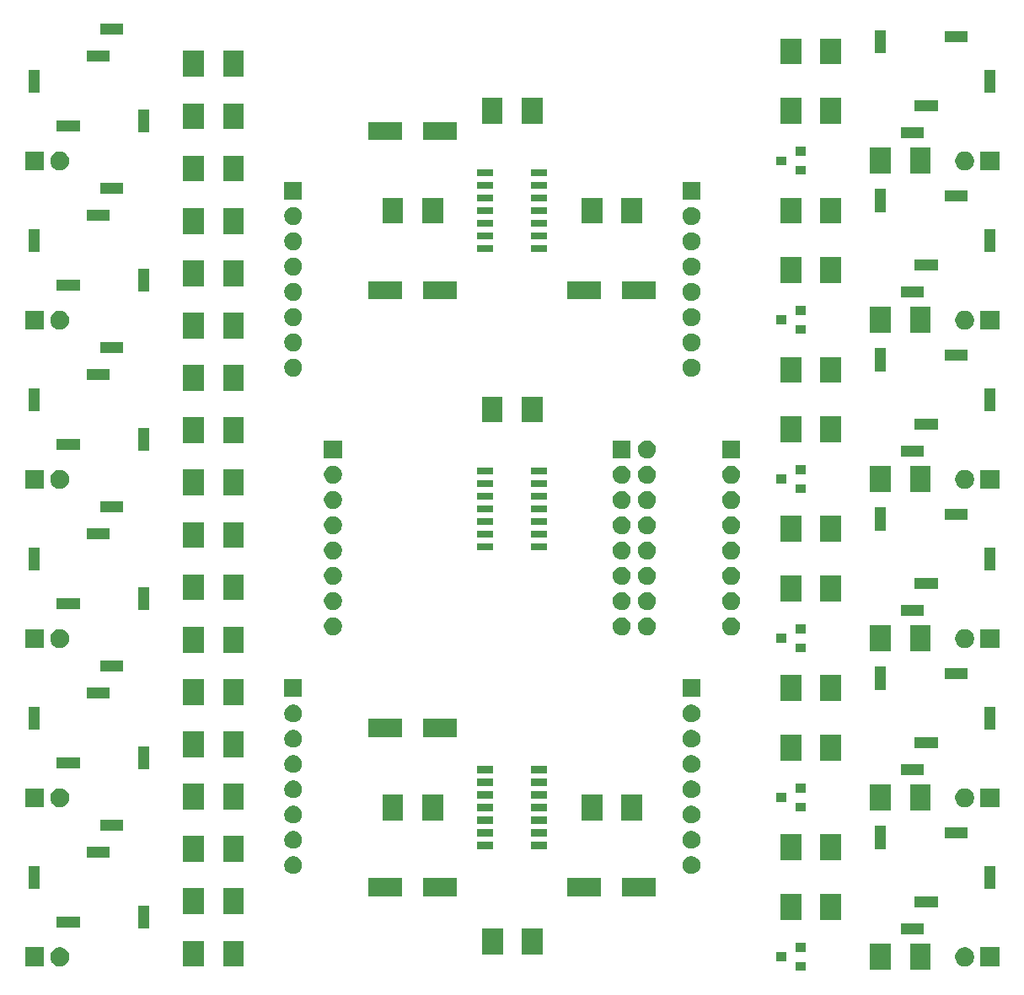
<source format=gbr>
G04 #@! TF.GenerationSoftware,KiCad,Pcbnew,(5.1.5)-3*
G04 #@! TF.CreationDate,2020-08-12T18:08:49-07:00*
G04 #@! TF.ProjectId,NOT,4e4f542e-6b69-4636-9164-5f7063625858,rev?*
G04 #@! TF.SameCoordinates,Original*
G04 #@! TF.FileFunction,Soldermask,Top*
G04 #@! TF.FilePolarity,Negative*
%FSLAX46Y46*%
G04 Gerber Fmt 4.6, Leading zero omitted, Abs format (unit mm)*
G04 Created by KiCad (PCBNEW (5.1.5)-3) date 2020-08-12 18:08:49*
%MOMM*%
%LPD*%
G04 APERTURE LIST*
%ADD10C,0.100000*%
G04 APERTURE END LIST*
D10*
G36*
X79501000Y-96401000D02*
G01*
X78499000Y-96401000D01*
X78499000Y-95499000D01*
X79501000Y-95499000D01*
X79501000Y-96401000D01*
G37*
G36*
X92051000Y-96301000D02*
G01*
X89949000Y-96301000D01*
X89949000Y-93699000D01*
X92051000Y-93699000D01*
X92051000Y-96301000D01*
G37*
G36*
X88051000Y-96301000D02*
G01*
X85949000Y-96301000D01*
X85949000Y-93699000D01*
X88051000Y-93699000D01*
X88051000Y-96301000D01*
G37*
G36*
X23051000Y-95981000D02*
G01*
X20949000Y-95981000D01*
X20949000Y-93379000D01*
X23051000Y-93379000D01*
X23051000Y-95981000D01*
G37*
G36*
X19051000Y-95981000D02*
G01*
X16949000Y-95981000D01*
X16949000Y-93379000D01*
X19051000Y-93379000D01*
X19051000Y-95981000D01*
G37*
G36*
X4817395Y-94085546D02*
G01*
X4990466Y-94157234D01*
X4990467Y-94157235D01*
X5146227Y-94261310D01*
X5278690Y-94393773D01*
X5278691Y-94393775D01*
X5382766Y-94549534D01*
X5454454Y-94722605D01*
X5491000Y-94906333D01*
X5491000Y-95093667D01*
X5454454Y-95277395D01*
X5382766Y-95450466D01*
X5331081Y-95527818D01*
X5278690Y-95606227D01*
X5146227Y-95738690D01*
X5067818Y-95791081D01*
X4990466Y-95842766D01*
X4817395Y-95914454D01*
X4633667Y-95951000D01*
X4446333Y-95951000D01*
X4262605Y-95914454D01*
X4089534Y-95842766D01*
X4012182Y-95791081D01*
X3933773Y-95738690D01*
X3801310Y-95606227D01*
X3748919Y-95527818D01*
X3697234Y-95450466D01*
X3625546Y-95277395D01*
X3589000Y-95093667D01*
X3589000Y-94906333D01*
X3625546Y-94722605D01*
X3697234Y-94549534D01*
X3801309Y-94393775D01*
X3801310Y-94393773D01*
X3933773Y-94261310D01*
X4089533Y-94157235D01*
X4089534Y-94157234D01*
X4262605Y-94085546D01*
X4446333Y-94049000D01*
X4633667Y-94049000D01*
X4817395Y-94085546D01*
G37*
G36*
X98951000Y-95951000D02*
G01*
X97049000Y-95951000D01*
X97049000Y-94049000D01*
X98951000Y-94049000D01*
X98951000Y-95951000D01*
G37*
G36*
X2951000Y-95951000D02*
G01*
X1049000Y-95951000D01*
X1049000Y-94049000D01*
X2951000Y-94049000D01*
X2951000Y-95951000D01*
G37*
G36*
X95737395Y-94085546D02*
G01*
X95910466Y-94157234D01*
X95910467Y-94157235D01*
X96066227Y-94261310D01*
X96198690Y-94393773D01*
X96198691Y-94393775D01*
X96302766Y-94549534D01*
X96374454Y-94722605D01*
X96411000Y-94906333D01*
X96411000Y-95093667D01*
X96374454Y-95277395D01*
X96302766Y-95450466D01*
X96251081Y-95527818D01*
X96198690Y-95606227D01*
X96066227Y-95738690D01*
X95987818Y-95791081D01*
X95910466Y-95842766D01*
X95737395Y-95914454D01*
X95553667Y-95951000D01*
X95366333Y-95951000D01*
X95182605Y-95914454D01*
X95009534Y-95842766D01*
X94932182Y-95791081D01*
X94853773Y-95738690D01*
X94721310Y-95606227D01*
X94668919Y-95527818D01*
X94617234Y-95450466D01*
X94545546Y-95277395D01*
X94509000Y-95093667D01*
X94509000Y-94906333D01*
X94545546Y-94722605D01*
X94617234Y-94549534D01*
X94721309Y-94393775D01*
X94721310Y-94393773D01*
X94853773Y-94261310D01*
X95009533Y-94157235D01*
X95009534Y-94157234D01*
X95182605Y-94085546D01*
X95366333Y-94049000D01*
X95553667Y-94049000D01*
X95737395Y-94085546D01*
G37*
G36*
X77501000Y-95451000D02*
G01*
X76499000Y-95451000D01*
X76499000Y-94549000D01*
X77501000Y-94549000D01*
X77501000Y-95451000D01*
G37*
G36*
X49089000Y-94773000D02*
G01*
X46987000Y-94773000D01*
X46987000Y-92171000D01*
X49089000Y-92171000D01*
X49089000Y-94773000D01*
G37*
G36*
X53089000Y-94773000D02*
G01*
X50987000Y-94773000D01*
X50987000Y-92171000D01*
X53089000Y-92171000D01*
X53089000Y-94773000D01*
G37*
G36*
X79501000Y-94501000D02*
G01*
X78499000Y-94501000D01*
X78499000Y-93599000D01*
X79501000Y-93599000D01*
X79501000Y-94501000D01*
G37*
G36*
X91351000Y-92751000D02*
G01*
X89049000Y-92751000D01*
X89049000Y-91649000D01*
X91351000Y-91649000D01*
X91351000Y-92751000D01*
G37*
G36*
X13551000Y-92151000D02*
G01*
X12449000Y-92151000D01*
X12449000Y-89849000D01*
X13551000Y-89849000D01*
X13551000Y-92151000D01*
G37*
G36*
X6551000Y-92051000D02*
G01*
X4249000Y-92051000D01*
X4249000Y-90949000D01*
X6551000Y-90949000D01*
X6551000Y-92051000D01*
G37*
G36*
X83051000Y-91301000D02*
G01*
X80949000Y-91301000D01*
X80949000Y-88699000D01*
X83051000Y-88699000D01*
X83051000Y-91301000D01*
G37*
G36*
X79051000Y-91301000D02*
G01*
X76949000Y-91301000D01*
X76949000Y-88699000D01*
X79051000Y-88699000D01*
X79051000Y-91301000D01*
G37*
G36*
X23051000Y-90721000D02*
G01*
X20949000Y-90721000D01*
X20949000Y-88119000D01*
X23051000Y-88119000D01*
X23051000Y-90721000D01*
G37*
G36*
X19051000Y-90721000D02*
G01*
X16949000Y-90721000D01*
X16949000Y-88119000D01*
X19051000Y-88119000D01*
X19051000Y-90721000D01*
G37*
G36*
X92751000Y-90051000D02*
G01*
X90449000Y-90051000D01*
X90449000Y-88949000D01*
X92751000Y-88949000D01*
X92751000Y-90051000D01*
G37*
G36*
X44451000Y-88901000D02*
G01*
X41049000Y-88901000D01*
X41049000Y-87099000D01*
X44451000Y-87099000D01*
X44451000Y-88901000D01*
G37*
G36*
X38951000Y-88901000D02*
G01*
X35549000Y-88901000D01*
X35549000Y-87099000D01*
X38951000Y-87099000D01*
X38951000Y-88901000D01*
G37*
G36*
X58951000Y-88901000D02*
G01*
X55549000Y-88901000D01*
X55549000Y-87099000D01*
X58951000Y-87099000D01*
X58951000Y-88901000D01*
G37*
G36*
X64451000Y-88901000D02*
G01*
X61049000Y-88901000D01*
X61049000Y-87099000D01*
X64451000Y-87099000D01*
X64451000Y-88901000D01*
G37*
G36*
X98551000Y-88151000D02*
G01*
X97449000Y-88151000D01*
X97449000Y-85849000D01*
X98551000Y-85849000D01*
X98551000Y-88151000D01*
G37*
G36*
X2551000Y-88151000D02*
G01*
X1449000Y-88151000D01*
X1449000Y-85849000D01*
X2551000Y-85849000D01*
X2551000Y-88151000D01*
G37*
G36*
X28113512Y-84883927D02*
G01*
X28262812Y-84913624D01*
X28426784Y-84981544D01*
X28574354Y-85080147D01*
X28699853Y-85205646D01*
X28798456Y-85353216D01*
X28866376Y-85517188D01*
X28901000Y-85691259D01*
X28901000Y-85868741D01*
X28866376Y-86042812D01*
X28798456Y-86206784D01*
X28699853Y-86354354D01*
X28574354Y-86479853D01*
X28426784Y-86578456D01*
X28262812Y-86646376D01*
X28113512Y-86676073D01*
X28088742Y-86681000D01*
X27911258Y-86681000D01*
X27886488Y-86676073D01*
X27737188Y-86646376D01*
X27573216Y-86578456D01*
X27425646Y-86479853D01*
X27300147Y-86354354D01*
X27201544Y-86206784D01*
X27133624Y-86042812D01*
X27099000Y-85868741D01*
X27099000Y-85691259D01*
X27133624Y-85517188D01*
X27201544Y-85353216D01*
X27300147Y-85205646D01*
X27425646Y-85080147D01*
X27573216Y-84981544D01*
X27737188Y-84913624D01*
X27886488Y-84883927D01*
X27911258Y-84879000D01*
X28088742Y-84879000D01*
X28113512Y-84883927D01*
G37*
G36*
X68113512Y-84883927D02*
G01*
X68262812Y-84913624D01*
X68426784Y-84981544D01*
X68574354Y-85080147D01*
X68699853Y-85205646D01*
X68798456Y-85353216D01*
X68866376Y-85517188D01*
X68901000Y-85691259D01*
X68901000Y-85868741D01*
X68866376Y-86042812D01*
X68798456Y-86206784D01*
X68699853Y-86354354D01*
X68574354Y-86479853D01*
X68426784Y-86578456D01*
X68262812Y-86646376D01*
X68113512Y-86676073D01*
X68088742Y-86681000D01*
X67911258Y-86681000D01*
X67886488Y-86676073D01*
X67737188Y-86646376D01*
X67573216Y-86578456D01*
X67425646Y-86479853D01*
X67300147Y-86354354D01*
X67201544Y-86206784D01*
X67133624Y-86042812D01*
X67099000Y-85868741D01*
X67099000Y-85691259D01*
X67133624Y-85517188D01*
X67201544Y-85353216D01*
X67300147Y-85205646D01*
X67425646Y-85080147D01*
X67573216Y-84981544D01*
X67737188Y-84913624D01*
X67886488Y-84883927D01*
X67911258Y-84879000D01*
X68088742Y-84879000D01*
X68113512Y-84883927D01*
G37*
G36*
X23051000Y-85461000D02*
G01*
X20949000Y-85461000D01*
X20949000Y-82859000D01*
X23051000Y-82859000D01*
X23051000Y-85461000D01*
G37*
G36*
X19051000Y-85461000D02*
G01*
X16949000Y-85461000D01*
X16949000Y-82859000D01*
X19051000Y-82859000D01*
X19051000Y-85461000D01*
G37*
G36*
X79051000Y-85301000D02*
G01*
X76949000Y-85301000D01*
X76949000Y-82699000D01*
X79051000Y-82699000D01*
X79051000Y-85301000D01*
G37*
G36*
X83051000Y-85301000D02*
G01*
X80949000Y-85301000D01*
X80949000Y-82699000D01*
X83051000Y-82699000D01*
X83051000Y-85301000D01*
G37*
G36*
X9551000Y-85051000D02*
G01*
X7249000Y-85051000D01*
X7249000Y-83949000D01*
X9551000Y-83949000D01*
X9551000Y-85051000D01*
G37*
G36*
X53501000Y-84161000D02*
G01*
X51899000Y-84161000D01*
X51899000Y-83459000D01*
X53501000Y-83459000D01*
X53501000Y-84161000D01*
G37*
G36*
X48101000Y-84161000D02*
G01*
X46499000Y-84161000D01*
X46499000Y-83459000D01*
X48101000Y-83459000D01*
X48101000Y-84161000D01*
G37*
G36*
X87551000Y-84151000D02*
G01*
X86449000Y-84151000D01*
X86449000Y-81849000D01*
X87551000Y-81849000D01*
X87551000Y-84151000D01*
G37*
G36*
X28113512Y-82343927D02*
G01*
X28262812Y-82373624D01*
X28426784Y-82441544D01*
X28574354Y-82540147D01*
X28699853Y-82665646D01*
X28798456Y-82813216D01*
X28866376Y-82977188D01*
X28901000Y-83151259D01*
X28901000Y-83328741D01*
X28866376Y-83502812D01*
X28798456Y-83666784D01*
X28699853Y-83814354D01*
X28574354Y-83939853D01*
X28426784Y-84038456D01*
X28262812Y-84106376D01*
X28113512Y-84136073D01*
X28088742Y-84141000D01*
X27911258Y-84141000D01*
X27886488Y-84136073D01*
X27737188Y-84106376D01*
X27573216Y-84038456D01*
X27425646Y-83939853D01*
X27300147Y-83814354D01*
X27201544Y-83666784D01*
X27133624Y-83502812D01*
X27099000Y-83328741D01*
X27099000Y-83151259D01*
X27133624Y-82977188D01*
X27201544Y-82813216D01*
X27300147Y-82665646D01*
X27425646Y-82540147D01*
X27573216Y-82441544D01*
X27737188Y-82373624D01*
X27886488Y-82343927D01*
X27911258Y-82339000D01*
X28088742Y-82339000D01*
X28113512Y-82343927D01*
G37*
G36*
X68113512Y-82343927D02*
G01*
X68262812Y-82373624D01*
X68426784Y-82441544D01*
X68574354Y-82540147D01*
X68699853Y-82665646D01*
X68798456Y-82813216D01*
X68866376Y-82977188D01*
X68901000Y-83151259D01*
X68901000Y-83328741D01*
X68866376Y-83502812D01*
X68798456Y-83666784D01*
X68699853Y-83814354D01*
X68574354Y-83939853D01*
X68426784Y-84038456D01*
X68262812Y-84106376D01*
X68113512Y-84136073D01*
X68088742Y-84141000D01*
X67911258Y-84141000D01*
X67886488Y-84136073D01*
X67737188Y-84106376D01*
X67573216Y-84038456D01*
X67425646Y-83939853D01*
X67300147Y-83814354D01*
X67201544Y-83666784D01*
X67133624Y-83502812D01*
X67099000Y-83328741D01*
X67099000Y-83151259D01*
X67133624Y-82977188D01*
X67201544Y-82813216D01*
X67300147Y-82665646D01*
X67425646Y-82540147D01*
X67573216Y-82441544D01*
X67737188Y-82373624D01*
X67886488Y-82343927D01*
X67911258Y-82339000D01*
X68088742Y-82339000D01*
X68113512Y-82343927D01*
G37*
G36*
X95751000Y-83051000D02*
G01*
X93449000Y-83051000D01*
X93449000Y-81949000D01*
X95751000Y-81949000D01*
X95751000Y-83051000D01*
G37*
G36*
X53501000Y-82891000D02*
G01*
X51899000Y-82891000D01*
X51899000Y-82189000D01*
X53501000Y-82189000D01*
X53501000Y-82891000D01*
G37*
G36*
X48101000Y-82891000D02*
G01*
X46499000Y-82891000D01*
X46499000Y-82189000D01*
X48101000Y-82189000D01*
X48101000Y-82891000D01*
G37*
G36*
X10951000Y-82351000D02*
G01*
X8649000Y-82351000D01*
X8649000Y-81249000D01*
X10951000Y-81249000D01*
X10951000Y-82351000D01*
G37*
G36*
X53501000Y-81621000D02*
G01*
X51899000Y-81621000D01*
X51899000Y-80919000D01*
X53501000Y-80919000D01*
X53501000Y-81621000D01*
G37*
G36*
X48101000Y-81621000D02*
G01*
X46499000Y-81621000D01*
X46499000Y-80919000D01*
X48101000Y-80919000D01*
X48101000Y-81621000D01*
G37*
G36*
X68113512Y-79803927D02*
G01*
X68262812Y-79833624D01*
X68426784Y-79901544D01*
X68574354Y-80000147D01*
X68699853Y-80125646D01*
X68798456Y-80273216D01*
X68866376Y-80437188D01*
X68901000Y-80611259D01*
X68901000Y-80788741D01*
X68866376Y-80962812D01*
X68798456Y-81126784D01*
X68699853Y-81274354D01*
X68574354Y-81399853D01*
X68426784Y-81498456D01*
X68262812Y-81566376D01*
X68113512Y-81596073D01*
X68088742Y-81601000D01*
X67911258Y-81601000D01*
X67886488Y-81596073D01*
X67737188Y-81566376D01*
X67573216Y-81498456D01*
X67425646Y-81399853D01*
X67300147Y-81274354D01*
X67201544Y-81126784D01*
X67133624Y-80962812D01*
X67099000Y-80788741D01*
X67099000Y-80611259D01*
X67133624Y-80437188D01*
X67201544Y-80273216D01*
X67300147Y-80125646D01*
X67425646Y-80000147D01*
X67573216Y-79901544D01*
X67737188Y-79833624D01*
X67886488Y-79803927D01*
X67911258Y-79799000D01*
X68088742Y-79799000D01*
X68113512Y-79803927D01*
G37*
G36*
X28113512Y-79803927D02*
G01*
X28262812Y-79833624D01*
X28426784Y-79901544D01*
X28574354Y-80000147D01*
X28699853Y-80125646D01*
X28798456Y-80273216D01*
X28866376Y-80437188D01*
X28901000Y-80611259D01*
X28901000Y-80788741D01*
X28866376Y-80962812D01*
X28798456Y-81126784D01*
X28699853Y-81274354D01*
X28574354Y-81399853D01*
X28426784Y-81498456D01*
X28262812Y-81566376D01*
X28113512Y-81596073D01*
X28088742Y-81601000D01*
X27911258Y-81601000D01*
X27886488Y-81596073D01*
X27737188Y-81566376D01*
X27573216Y-81498456D01*
X27425646Y-81399853D01*
X27300147Y-81274354D01*
X27201544Y-81126784D01*
X27133624Y-80962812D01*
X27099000Y-80788741D01*
X27099000Y-80611259D01*
X27133624Y-80437188D01*
X27201544Y-80273216D01*
X27300147Y-80125646D01*
X27425646Y-80000147D01*
X27573216Y-79901544D01*
X27737188Y-79833624D01*
X27886488Y-79803927D01*
X27911258Y-79799000D01*
X28088742Y-79799000D01*
X28113512Y-79803927D01*
G37*
G36*
X59051000Y-81301000D02*
G01*
X56949000Y-81301000D01*
X56949000Y-78699000D01*
X59051000Y-78699000D01*
X59051000Y-81301000D01*
G37*
G36*
X43051000Y-81301000D02*
G01*
X40949000Y-81301000D01*
X40949000Y-78699000D01*
X43051000Y-78699000D01*
X43051000Y-81301000D01*
G37*
G36*
X63051000Y-81301000D02*
G01*
X60949000Y-81301000D01*
X60949000Y-78699000D01*
X63051000Y-78699000D01*
X63051000Y-81301000D01*
G37*
G36*
X39051000Y-81301000D02*
G01*
X36949000Y-81301000D01*
X36949000Y-78699000D01*
X39051000Y-78699000D01*
X39051000Y-81301000D01*
G37*
G36*
X79501000Y-80401000D02*
G01*
X78499000Y-80401000D01*
X78499000Y-79499000D01*
X79501000Y-79499000D01*
X79501000Y-80401000D01*
G37*
G36*
X53501000Y-80351000D02*
G01*
X51899000Y-80351000D01*
X51899000Y-79649000D01*
X53501000Y-79649000D01*
X53501000Y-80351000D01*
G37*
G36*
X48101000Y-80351000D02*
G01*
X46499000Y-80351000D01*
X46499000Y-79649000D01*
X48101000Y-79649000D01*
X48101000Y-80351000D01*
G37*
G36*
X88051000Y-80301000D02*
G01*
X85949000Y-80301000D01*
X85949000Y-77699000D01*
X88051000Y-77699000D01*
X88051000Y-80301000D01*
G37*
G36*
X92051000Y-80301000D02*
G01*
X89949000Y-80301000D01*
X89949000Y-77699000D01*
X92051000Y-77699000D01*
X92051000Y-80301000D01*
G37*
G36*
X23051000Y-80201000D02*
G01*
X20949000Y-80201000D01*
X20949000Y-77599000D01*
X23051000Y-77599000D01*
X23051000Y-80201000D01*
G37*
G36*
X19051000Y-80201000D02*
G01*
X16949000Y-80201000D01*
X16949000Y-77599000D01*
X19051000Y-77599000D01*
X19051000Y-80201000D01*
G37*
G36*
X4817395Y-78085546D02*
G01*
X4990466Y-78157234D01*
X4990467Y-78157235D01*
X5146227Y-78261310D01*
X5278690Y-78393773D01*
X5278691Y-78393775D01*
X5382766Y-78549534D01*
X5454454Y-78722605D01*
X5491000Y-78906333D01*
X5491000Y-79093667D01*
X5454454Y-79277395D01*
X5382766Y-79450466D01*
X5331081Y-79527818D01*
X5278690Y-79606227D01*
X5146227Y-79738690D01*
X5067818Y-79791081D01*
X4990466Y-79842766D01*
X4817395Y-79914454D01*
X4633667Y-79951000D01*
X4446333Y-79951000D01*
X4262605Y-79914454D01*
X4089534Y-79842766D01*
X4012182Y-79791081D01*
X3933773Y-79738690D01*
X3801310Y-79606227D01*
X3748919Y-79527818D01*
X3697234Y-79450466D01*
X3625546Y-79277395D01*
X3589000Y-79093667D01*
X3589000Y-78906333D01*
X3625546Y-78722605D01*
X3697234Y-78549534D01*
X3801309Y-78393775D01*
X3801310Y-78393773D01*
X3933773Y-78261310D01*
X4089533Y-78157235D01*
X4089534Y-78157234D01*
X4262605Y-78085546D01*
X4446333Y-78049000D01*
X4633667Y-78049000D01*
X4817395Y-78085546D01*
G37*
G36*
X98951000Y-79951000D02*
G01*
X97049000Y-79951000D01*
X97049000Y-78049000D01*
X98951000Y-78049000D01*
X98951000Y-79951000D01*
G37*
G36*
X95737395Y-78085546D02*
G01*
X95910466Y-78157234D01*
X95910467Y-78157235D01*
X96066227Y-78261310D01*
X96198690Y-78393773D01*
X96198691Y-78393775D01*
X96302766Y-78549534D01*
X96374454Y-78722605D01*
X96411000Y-78906333D01*
X96411000Y-79093667D01*
X96374454Y-79277395D01*
X96302766Y-79450466D01*
X96251081Y-79527818D01*
X96198690Y-79606227D01*
X96066227Y-79738690D01*
X95987818Y-79791081D01*
X95910466Y-79842766D01*
X95737395Y-79914454D01*
X95553667Y-79951000D01*
X95366333Y-79951000D01*
X95182605Y-79914454D01*
X95009534Y-79842766D01*
X94932182Y-79791081D01*
X94853773Y-79738690D01*
X94721310Y-79606227D01*
X94668919Y-79527818D01*
X94617234Y-79450466D01*
X94545546Y-79277395D01*
X94509000Y-79093667D01*
X94509000Y-78906333D01*
X94545546Y-78722605D01*
X94617234Y-78549534D01*
X94721309Y-78393775D01*
X94721310Y-78393773D01*
X94853773Y-78261310D01*
X95009533Y-78157235D01*
X95009534Y-78157234D01*
X95182605Y-78085546D01*
X95366333Y-78049000D01*
X95553667Y-78049000D01*
X95737395Y-78085546D01*
G37*
G36*
X2951000Y-79951000D02*
G01*
X1049000Y-79951000D01*
X1049000Y-78049000D01*
X2951000Y-78049000D01*
X2951000Y-79951000D01*
G37*
G36*
X77501000Y-79451000D02*
G01*
X76499000Y-79451000D01*
X76499000Y-78549000D01*
X77501000Y-78549000D01*
X77501000Y-79451000D01*
G37*
G36*
X48101000Y-79081000D02*
G01*
X46499000Y-79081000D01*
X46499000Y-78379000D01*
X48101000Y-78379000D01*
X48101000Y-79081000D01*
G37*
G36*
X53501000Y-79081000D02*
G01*
X51899000Y-79081000D01*
X51899000Y-78379000D01*
X53501000Y-78379000D01*
X53501000Y-79081000D01*
G37*
G36*
X28113512Y-77263927D02*
G01*
X28262812Y-77293624D01*
X28426784Y-77361544D01*
X28574354Y-77460147D01*
X28699853Y-77585646D01*
X28798456Y-77733216D01*
X28866376Y-77897188D01*
X28901000Y-78071259D01*
X28901000Y-78248741D01*
X28866376Y-78422812D01*
X28798456Y-78586784D01*
X28699853Y-78734354D01*
X28574354Y-78859853D01*
X28426784Y-78958456D01*
X28262812Y-79026376D01*
X28113512Y-79056073D01*
X28088742Y-79061000D01*
X27911258Y-79061000D01*
X27886488Y-79056073D01*
X27737188Y-79026376D01*
X27573216Y-78958456D01*
X27425646Y-78859853D01*
X27300147Y-78734354D01*
X27201544Y-78586784D01*
X27133624Y-78422812D01*
X27099000Y-78248741D01*
X27099000Y-78071259D01*
X27133624Y-77897188D01*
X27201544Y-77733216D01*
X27300147Y-77585646D01*
X27425646Y-77460147D01*
X27573216Y-77361544D01*
X27737188Y-77293624D01*
X27886488Y-77263927D01*
X27911258Y-77259000D01*
X28088742Y-77259000D01*
X28113512Y-77263927D01*
G37*
G36*
X68113512Y-77263927D02*
G01*
X68262812Y-77293624D01*
X68426784Y-77361544D01*
X68574354Y-77460147D01*
X68699853Y-77585646D01*
X68798456Y-77733216D01*
X68866376Y-77897188D01*
X68901000Y-78071259D01*
X68901000Y-78248741D01*
X68866376Y-78422812D01*
X68798456Y-78586784D01*
X68699853Y-78734354D01*
X68574354Y-78859853D01*
X68426784Y-78958456D01*
X68262812Y-79026376D01*
X68113512Y-79056073D01*
X68088742Y-79061000D01*
X67911258Y-79061000D01*
X67886488Y-79056073D01*
X67737188Y-79026376D01*
X67573216Y-78958456D01*
X67425646Y-78859853D01*
X67300147Y-78734354D01*
X67201544Y-78586784D01*
X67133624Y-78422812D01*
X67099000Y-78248741D01*
X67099000Y-78071259D01*
X67133624Y-77897188D01*
X67201544Y-77733216D01*
X67300147Y-77585646D01*
X67425646Y-77460147D01*
X67573216Y-77361544D01*
X67737188Y-77293624D01*
X67886488Y-77263927D01*
X67911258Y-77259000D01*
X68088742Y-77259000D01*
X68113512Y-77263927D01*
G37*
G36*
X79501000Y-78501000D02*
G01*
X78499000Y-78501000D01*
X78499000Y-77599000D01*
X79501000Y-77599000D01*
X79501000Y-78501000D01*
G37*
G36*
X48101000Y-77811000D02*
G01*
X46499000Y-77811000D01*
X46499000Y-77109000D01*
X48101000Y-77109000D01*
X48101000Y-77811000D01*
G37*
G36*
X53501000Y-77811000D02*
G01*
X51899000Y-77811000D01*
X51899000Y-77109000D01*
X53501000Y-77109000D01*
X53501000Y-77811000D01*
G37*
G36*
X91351000Y-76751000D02*
G01*
X89049000Y-76751000D01*
X89049000Y-75649000D01*
X91351000Y-75649000D01*
X91351000Y-76751000D01*
G37*
G36*
X53501000Y-76541000D02*
G01*
X51899000Y-76541000D01*
X51899000Y-75839000D01*
X53501000Y-75839000D01*
X53501000Y-76541000D01*
G37*
G36*
X48101000Y-76541000D02*
G01*
X46499000Y-76541000D01*
X46499000Y-75839000D01*
X48101000Y-75839000D01*
X48101000Y-76541000D01*
G37*
G36*
X28113512Y-74723927D02*
G01*
X28262812Y-74753624D01*
X28426784Y-74821544D01*
X28574354Y-74920147D01*
X28699853Y-75045646D01*
X28798456Y-75193216D01*
X28866376Y-75357188D01*
X28901000Y-75531259D01*
X28901000Y-75708741D01*
X28866376Y-75882812D01*
X28798456Y-76046784D01*
X28699853Y-76194354D01*
X28574354Y-76319853D01*
X28426784Y-76418456D01*
X28262812Y-76486376D01*
X28113512Y-76516073D01*
X28088742Y-76521000D01*
X27911258Y-76521000D01*
X27886488Y-76516073D01*
X27737188Y-76486376D01*
X27573216Y-76418456D01*
X27425646Y-76319853D01*
X27300147Y-76194354D01*
X27201544Y-76046784D01*
X27133624Y-75882812D01*
X27099000Y-75708741D01*
X27099000Y-75531259D01*
X27133624Y-75357188D01*
X27201544Y-75193216D01*
X27300147Y-75045646D01*
X27425646Y-74920147D01*
X27573216Y-74821544D01*
X27737188Y-74753624D01*
X27886488Y-74723927D01*
X27911258Y-74719000D01*
X28088742Y-74719000D01*
X28113512Y-74723927D01*
G37*
G36*
X68113512Y-74723927D02*
G01*
X68262812Y-74753624D01*
X68426784Y-74821544D01*
X68574354Y-74920147D01*
X68699853Y-75045646D01*
X68798456Y-75193216D01*
X68866376Y-75357188D01*
X68901000Y-75531259D01*
X68901000Y-75708741D01*
X68866376Y-75882812D01*
X68798456Y-76046784D01*
X68699853Y-76194354D01*
X68574354Y-76319853D01*
X68426784Y-76418456D01*
X68262812Y-76486376D01*
X68113512Y-76516073D01*
X68088742Y-76521000D01*
X67911258Y-76521000D01*
X67886488Y-76516073D01*
X67737188Y-76486376D01*
X67573216Y-76418456D01*
X67425646Y-76319853D01*
X67300147Y-76194354D01*
X67201544Y-76046784D01*
X67133624Y-75882812D01*
X67099000Y-75708741D01*
X67099000Y-75531259D01*
X67133624Y-75357188D01*
X67201544Y-75193216D01*
X67300147Y-75045646D01*
X67425646Y-74920147D01*
X67573216Y-74821544D01*
X67737188Y-74753624D01*
X67886488Y-74723927D01*
X67911258Y-74719000D01*
X68088742Y-74719000D01*
X68113512Y-74723927D01*
G37*
G36*
X13551000Y-76151000D02*
G01*
X12449000Y-76151000D01*
X12449000Y-73849000D01*
X13551000Y-73849000D01*
X13551000Y-76151000D01*
G37*
G36*
X6551000Y-76051000D02*
G01*
X4249000Y-76051000D01*
X4249000Y-74949000D01*
X6551000Y-74949000D01*
X6551000Y-76051000D01*
G37*
G36*
X79051000Y-75301000D02*
G01*
X76949000Y-75301000D01*
X76949000Y-72699000D01*
X79051000Y-72699000D01*
X79051000Y-75301000D01*
G37*
G36*
X83051000Y-75301000D02*
G01*
X80949000Y-75301000D01*
X80949000Y-72699000D01*
X83051000Y-72699000D01*
X83051000Y-75301000D01*
G37*
G36*
X23051000Y-74941000D02*
G01*
X20949000Y-74941000D01*
X20949000Y-72339000D01*
X23051000Y-72339000D01*
X23051000Y-74941000D01*
G37*
G36*
X19051000Y-74941000D02*
G01*
X16949000Y-74941000D01*
X16949000Y-72339000D01*
X19051000Y-72339000D01*
X19051000Y-74941000D01*
G37*
G36*
X92751000Y-74051000D02*
G01*
X90449000Y-74051000D01*
X90449000Y-72949000D01*
X92751000Y-72949000D01*
X92751000Y-74051000D01*
G37*
G36*
X68113512Y-72183927D02*
G01*
X68262812Y-72213624D01*
X68426784Y-72281544D01*
X68574354Y-72380147D01*
X68699853Y-72505646D01*
X68798456Y-72653216D01*
X68866376Y-72817188D01*
X68901000Y-72991259D01*
X68901000Y-73168741D01*
X68866376Y-73342812D01*
X68798456Y-73506784D01*
X68699853Y-73654354D01*
X68574354Y-73779853D01*
X68426784Y-73878456D01*
X68262812Y-73946376D01*
X68113512Y-73976073D01*
X68088742Y-73981000D01*
X67911258Y-73981000D01*
X67886488Y-73976073D01*
X67737188Y-73946376D01*
X67573216Y-73878456D01*
X67425646Y-73779853D01*
X67300147Y-73654354D01*
X67201544Y-73506784D01*
X67133624Y-73342812D01*
X67099000Y-73168741D01*
X67099000Y-72991259D01*
X67133624Y-72817188D01*
X67201544Y-72653216D01*
X67300147Y-72505646D01*
X67425646Y-72380147D01*
X67573216Y-72281544D01*
X67737188Y-72213624D01*
X67886488Y-72183927D01*
X67911258Y-72179000D01*
X68088742Y-72179000D01*
X68113512Y-72183927D01*
G37*
G36*
X28113512Y-72183927D02*
G01*
X28262812Y-72213624D01*
X28426784Y-72281544D01*
X28574354Y-72380147D01*
X28699853Y-72505646D01*
X28798456Y-72653216D01*
X28866376Y-72817188D01*
X28901000Y-72991259D01*
X28901000Y-73168741D01*
X28866376Y-73342812D01*
X28798456Y-73506784D01*
X28699853Y-73654354D01*
X28574354Y-73779853D01*
X28426784Y-73878456D01*
X28262812Y-73946376D01*
X28113512Y-73976073D01*
X28088742Y-73981000D01*
X27911258Y-73981000D01*
X27886488Y-73976073D01*
X27737188Y-73946376D01*
X27573216Y-73878456D01*
X27425646Y-73779853D01*
X27300147Y-73654354D01*
X27201544Y-73506784D01*
X27133624Y-73342812D01*
X27099000Y-73168741D01*
X27099000Y-72991259D01*
X27133624Y-72817188D01*
X27201544Y-72653216D01*
X27300147Y-72505646D01*
X27425646Y-72380147D01*
X27573216Y-72281544D01*
X27737188Y-72213624D01*
X27886488Y-72183927D01*
X27911258Y-72179000D01*
X28088742Y-72179000D01*
X28113512Y-72183927D01*
G37*
G36*
X38951000Y-72901000D02*
G01*
X35549000Y-72901000D01*
X35549000Y-71099000D01*
X38951000Y-71099000D01*
X38951000Y-72901000D01*
G37*
G36*
X44451000Y-72901000D02*
G01*
X41049000Y-72901000D01*
X41049000Y-71099000D01*
X44451000Y-71099000D01*
X44451000Y-72901000D01*
G37*
G36*
X2551000Y-72151000D02*
G01*
X1449000Y-72151000D01*
X1449000Y-69849000D01*
X2551000Y-69849000D01*
X2551000Y-72151000D01*
G37*
G36*
X98551000Y-72151000D02*
G01*
X97449000Y-72151000D01*
X97449000Y-69849000D01*
X98551000Y-69849000D01*
X98551000Y-72151000D01*
G37*
G36*
X68113512Y-69643927D02*
G01*
X68262812Y-69673624D01*
X68426784Y-69741544D01*
X68574354Y-69840147D01*
X68699853Y-69965646D01*
X68798456Y-70113216D01*
X68866376Y-70277188D01*
X68901000Y-70451259D01*
X68901000Y-70628741D01*
X68866376Y-70802812D01*
X68798456Y-70966784D01*
X68699853Y-71114354D01*
X68574354Y-71239853D01*
X68426784Y-71338456D01*
X68262812Y-71406376D01*
X68113512Y-71436073D01*
X68088742Y-71441000D01*
X67911258Y-71441000D01*
X67886488Y-71436073D01*
X67737188Y-71406376D01*
X67573216Y-71338456D01*
X67425646Y-71239853D01*
X67300147Y-71114354D01*
X67201544Y-70966784D01*
X67133624Y-70802812D01*
X67099000Y-70628741D01*
X67099000Y-70451259D01*
X67133624Y-70277188D01*
X67201544Y-70113216D01*
X67300147Y-69965646D01*
X67425646Y-69840147D01*
X67573216Y-69741544D01*
X67737188Y-69673624D01*
X67886488Y-69643927D01*
X67911258Y-69639000D01*
X68088742Y-69639000D01*
X68113512Y-69643927D01*
G37*
G36*
X28113512Y-69643927D02*
G01*
X28262812Y-69673624D01*
X28426784Y-69741544D01*
X28574354Y-69840147D01*
X28699853Y-69965646D01*
X28798456Y-70113216D01*
X28866376Y-70277188D01*
X28901000Y-70451259D01*
X28901000Y-70628741D01*
X28866376Y-70802812D01*
X28798456Y-70966784D01*
X28699853Y-71114354D01*
X28574354Y-71239853D01*
X28426784Y-71338456D01*
X28262812Y-71406376D01*
X28113512Y-71436073D01*
X28088742Y-71441000D01*
X27911258Y-71441000D01*
X27886488Y-71436073D01*
X27737188Y-71406376D01*
X27573216Y-71338456D01*
X27425646Y-71239853D01*
X27300147Y-71114354D01*
X27201544Y-70966784D01*
X27133624Y-70802812D01*
X27099000Y-70628741D01*
X27099000Y-70451259D01*
X27133624Y-70277188D01*
X27201544Y-70113216D01*
X27300147Y-69965646D01*
X27425646Y-69840147D01*
X27573216Y-69741544D01*
X27737188Y-69673624D01*
X27886488Y-69643927D01*
X27911258Y-69639000D01*
X28088742Y-69639000D01*
X28113512Y-69643927D01*
G37*
G36*
X23051000Y-69681000D02*
G01*
X20949000Y-69681000D01*
X20949000Y-67079000D01*
X23051000Y-67079000D01*
X23051000Y-69681000D01*
G37*
G36*
X19051000Y-69681000D02*
G01*
X16949000Y-69681000D01*
X16949000Y-67079000D01*
X19051000Y-67079000D01*
X19051000Y-69681000D01*
G37*
G36*
X83051000Y-69301000D02*
G01*
X80949000Y-69301000D01*
X80949000Y-66699000D01*
X83051000Y-66699000D01*
X83051000Y-69301000D01*
G37*
G36*
X79051000Y-69301000D02*
G01*
X76949000Y-69301000D01*
X76949000Y-66699000D01*
X79051000Y-66699000D01*
X79051000Y-69301000D01*
G37*
G36*
X9551000Y-69051000D02*
G01*
X7249000Y-69051000D01*
X7249000Y-67949000D01*
X9551000Y-67949000D01*
X9551000Y-69051000D01*
G37*
G36*
X68901000Y-68901000D02*
G01*
X67099000Y-68901000D01*
X67099000Y-67099000D01*
X68901000Y-67099000D01*
X68901000Y-68901000D01*
G37*
G36*
X28901000Y-68901000D02*
G01*
X27099000Y-68901000D01*
X27099000Y-67099000D01*
X28901000Y-67099000D01*
X28901000Y-68901000D01*
G37*
G36*
X87551000Y-68151000D02*
G01*
X86449000Y-68151000D01*
X86449000Y-65849000D01*
X87551000Y-65849000D01*
X87551000Y-68151000D01*
G37*
G36*
X95751000Y-67051000D02*
G01*
X93449000Y-67051000D01*
X93449000Y-65949000D01*
X95751000Y-65949000D01*
X95751000Y-67051000D01*
G37*
G36*
X10951000Y-66351000D02*
G01*
X8649000Y-66351000D01*
X8649000Y-65249000D01*
X10951000Y-65249000D01*
X10951000Y-66351000D01*
G37*
G36*
X23051000Y-64421000D02*
G01*
X20949000Y-64421000D01*
X20949000Y-61819000D01*
X23051000Y-61819000D01*
X23051000Y-64421000D01*
G37*
G36*
X19051000Y-64421000D02*
G01*
X16949000Y-64421000D01*
X16949000Y-61819000D01*
X19051000Y-61819000D01*
X19051000Y-64421000D01*
G37*
G36*
X79501000Y-64401000D02*
G01*
X78499000Y-64401000D01*
X78499000Y-63499000D01*
X79501000Y-63499000D01*
X79501000Y-64401000D01*
G37*
G36*
X88051000Y-64301000D02*
G01*
X85949000Y-64301000D01*
X85949000Y-61699000D01*
X88051000Y-61699000D01*
X88051000Y-64301000D01*
G37*
G36*
X92051000Y-64301000D02*
G01*
X89949000Y-64301000D01*
X89949000Y-61699000D01*
X92051000Y-61699000D01*
X92051000Y-64301000D01*
G37*
G36*
X2951000Y-63951000D02*
G01*
X1049000Y-63951000D01*
X1049000Y-62049000D01*
X2951000Y-62049000D01*
X2951000Y-63951000D01*
G37*
G36*
X4817395Y-62085546D02*
G01*
X4990466Y-62157234D01*
X4990467Y-62157235D01*
X5146227Y-62261310D01*
X5278690Y-62393773D01*
X5278691Y-62393775D01*
X5382766Y-62549534D01*
X5454454Y-62722605D01*
X5491000Y-62906333D01*
X5491000Y-63093667D01*
X5454454Y-63277395D01*
X5382766Y-63450466D01*
X5331081Y-63527818D01*
X5278690Y-63606227D01*
X5146227Y-63738690D01*
X5067818Y-63791081D01*
X4990466Y-63842766D01*
X4817395Y-63914454D01*
X4633667Y-63951000D01*
X4446333Y-63951000D01*
X4262605Y-63914454D01*
X4089534Y-63842766D01*
X4012182Y-63791081D01*
X3933773Y-63738690D01*
X3801310Y-63606227D01*
X3748919Y-63527818D01*
X3697234Y-63450466D01*
X3625546Y-63277395D01*
X3589000Y-63093667D01*
X3589000Y-62906333D01*
X3625546Y-62722605D01*
X3697234Y-62549534D01*
X3801309Y-62393775D01*
X3801310Y-62393773D01*
X3933773Y-62261310D01*
X4089533Y-62157235D01*
X4089534Y-62157234D01*
X4262605Y-62085546D01*
X4446333Y-62049000D01*
X4633667Y-62049000D01*
X4817395Y-62085546D01*
G37*
G36*
X95737395Y-62085546D02*
G01*
X95910466Y-62157234D01*
X95910467Y-62157235D01*
X96066227Y-62261310D01*
X96198690Y-62393773D01*
X96198691Y-62393775D01*
X96302766Y-62549534D01*
X96374454Y-62722605D01*
X96411000Y-62906333D01*
X96411000Y-63093667D01*
X96374454Y-63277395D01*
X96302766Y-63450466D01*
X96251081Y-63527818D01*
X96198690Y-63606227D01*
X96066227Y-63738690D01*
X95987818Y-63791081D01*
X95910466Y-63842766D01*
X95737395Y-63914454D01*
X95553667Y-63951000D01*
X95366333Y-63951000D01*
X95182605Y-63914454D01*
X95009534Y-63842766D01*
X94932182Y-63791081D01*
X94853773Y-63738690D01*
X94721310Y-63606227D01*
X94668919Y-63527818D01*
X94617234Y-63450466D01*
X94545546Y-63277395D01*
X94509000Y-63093667D01*
X94509000Y-62906333D01*
X94545546Y-62722605D01*
X94617234Y-62549534D01*
X94721309Y-62393775D01*
X94721310Y-62393773D01*
X94853773Y-62261310D01*
X95009533Y-62157235D01*
X95009534Y-62157234D01*
X95182605Y-62085546D01*
X95366333Y-62049000D01*
X95553667Y-62049000D01*
X95737395Y-62085546D01*
G37*
G36*
X98951000Y-63951000D02*
G01*
X97049000Y-63951000D01*
X97049000Y-62049000D01*
X98951000Y-62049000D01*
X98951000Y-63951000D01*
G37*
G36*
X77501000Y-63451000D02*
G01*
X76499000Y-63451000D01*
X76499000Y-62549000D01*
X77501000Y-62549000D01*
X77501000Y-63451000D01*
G37*
G36*
X63653512Y-60883927D02*
G01*
X63802812Y-60913624D01*
X63966784Y-60981544D01*
X64114354Y-61080147D01*
X64239853Y-61205646D01*
X64338456Y-61353216D01*
X64406376Y-61517188D01*
X64441000Y-61691259D01*
X64441000Y-61868741D01*
X64406376Y-62042812D01*
X64338456Y-62206784D01*
X64239853Y-62354354D01*
X64114354Y-62479853D01*
X63966784Y-62578456D01*
X63802812Y-62646376D01*
X63653512Y-62676073D01*
X63628742Y-62681000D01*
X63451258Y-62681000D01*
X63426488Y-62676073D01*
X63277188Y-62646376D01*
X63113216Y-62578456D01*
X62965646Y-62479853D01*
X62840147Y-62354354D01*
X62741544Y-62206784D01*
X62673624Y-62042812D01*
X62639000Y-61868741D01*
X62639000Y-61691259D01*
X62673624Y-61517188D01*
X62741544Y-61353216D01*
X62840147Y-61205646D01*
X62965646Y-61080147D01*
X63113216Y-60981544D01*
X63277188Y-60913624D01*
X63426488Y-60883927D01*
X63451258Y-60879000D01*
X63628742Y-60879000D01*
X63653512Y-60883927D01*
G37*
G36*
X61113512Y-60883927D02*
G01*
X61262812Y-60913624D01*
X61426784Y-60981544D01*
X61574354Y-61080147D01*
X61699853Y-61205646D01*
X61798456Y-61353216D01*
X61866376Y-61517188D01*
X61901000Y-61691259D01*
X61901000Y-61868741D01*
X61866376Y-62042812D01*
X61798456Y-62206784D01*
X61699853Y-62354354D01*
X61574354Y-62479853D01*
X61426784Y-62578456D01*
X61262812Y-62646376D01*
X61113512Y-62676073D01*
X61088742Y-62681000D01*
X60911258Y-62681000D01*
X60886488Y-62676073D01*
X60737188Y-62646376D01*
X60573216Y-62578456D01*
X60425646Y-62479853D01*
X60300147Y-62354354D01*
X60201544Y-62206784D01*
X60133624Y-62042812D01*
X60099000Y-61868741D01*
X60099000Y-61691259D01*
X60133624Y-61517188D01*
X60201544Y-61353216D01*
X60300147Y-61205646D01*
X60425646Y-61080147D01*
X60573216Y-60981544D01*
X60737188Y-60913624D01*
X60886488Y-60883927D01*
X60911258Y-60879000D01*
X61088742Y-60879000D01*
X61113512Y-60883927D01*
G37*
G36*
X72113512Y-60883927D02*
G01*
X72262812Y-60913624D01*
X72426784Y-60981544D01*
X72574354Y-61080147D01*
X72699853Y-61205646D01*
X72798456Y-61353216D01*
X72866376Y-61517188D01*
X72901000Y-61691259D01*
X72901000Y-61868741D01*
X72866376Y-62042812D01*
X72798456Y-62206784D01*
X72699853Y-62354354D01*
X72574354Y-62479853D01*
X72426784Y-62578456D01*
X72262812Y-62646376D01*
X72113512Y-62676073D01*
X72088742Y-62681000D01*
X71911258Y-62681000D01*
X71886488Y-62676073D01*
X71737188Y-62646376D01*
X71573216Y-62578456D01*
X71425646Y-62479853D01*
X71300147Y-62354354D01*
X71201544Y-62206784D01*
X71133624Y-62042812D01*
X71099000Y-61868741D01*
X71099000Y-61691259D01*
X71133624Y-61517188D01*
X71201544Y-61353216D01*
X71300147Y-61205646D01*
X71425646Y-61080147D01*
X71573216Y-60981544D01*
X71737188Y-60913624D01*
X71886488Y-60883927D01*
X71911258Y-60879000D01*
X72088742Y-60879000D01*
X72113512Y-60883927D01*
G37*
G36*
X32113512Y-60883927D02*
G01*
X32262812Y-60913624D01*
X32426784Y-60981544D01*
X32574354Y-61080147D01*
X32699853Y-61205646D01*
X32798456Y-61353216D01*
X32866376Y-61517188D01*
X32901000Y-61691259D01*
X32901000Y-61868741D01*
X32866376Y-62042812D01*
X32798456Y-62206784D01*
X32699853Y-62354354D01*
X32574354Y-62479853D01*
X32426784Y-62578456D01*
X32262812Y-62646376D01*
X32113512Y-62676073D01*
X32088742Y-62681000D01*
X31911258Y-62681000D01*
X31886488Y-62676073D01*
X31737188Y-62646376D01*
X31573216Y-62578456D01*
X31425646Y-62479853D01*
X31300147Y-62354354D01*
X31201544Y-62206784D01*
X31133624Y-62042812D01*
X31099000Y-61868741D01*
X31099000Y-61691259D01*
X31133624Y-61517188D01*
X31201544Y-61353216D01*
X31300147Y-61205646D01*
X31425646Y-61080147D01*
X31573216Y-60981544D01*
X31737188Y-60913624D01*
X31886488Y-60883927D01*
X31911258Y-60879000D01*
X32088742Y-60879000D01*
X32113512Y-60883927D01*
G37*
G36*
X79501000Y-62501000D02*
G01*
X78499000Y-62501000D01*
X78499000Y-61599000D01*
X79501000Y-61599000D01*
X79501000Y-62501000D01*
G37*
G36*
X91351000Y-60751000D02*
G01*
X89049000Y-60751000D01*
X89049000Y-59649000D01*
X91351000Y-59649000D01*
X91351000Y-60751000D01*
G37*
G36*
X13551000Y-60151000D02*
G01*
X12449000Y-60151000D01*
X12449000Y-57849000D01*
X13551000Y-57849000D01*
X13551000Y-60151000D01*
G37*
G36*
X72113512Y-58343927D02*
G01*
X72262812Y-58373624D01*
X72426784Y-58441544D01*
X72574354Y-58540147D01*
X72699853Y-58665646D01*
X72798456Y-58813216D01*
X72866376Y-58977188D01*
X72901000Y-59151259D01*
X72901000Y-59328741D01*
X72866376Y-59502812D01*
X72798456Y-59666784D01*
X72699853Y-59814354D01*
X72574354Y-59939853D01*
X72426784Y-60038456D01*
X72262812Y-60106376D01*
X72113512Y-60136073D01*
X72088742Y-60141000D01*
X71911258Y-60141000D01*
X71886488Y-60136073D01*
X71737188Y-60106376D01*
X71573216Y-60038456D01*
X71425646Y-59939853D01*
X71300147Y-59814354D01*
X71201544Y-59666784D01*
X71133624Y-59502812D01*
X71099000Y-59328741D01*
X71099000Y-59151259D01*
X71133624Y-58977188D01*
X71201544Y-58813216D01*
X71300147Y-58665646D01*
X71425646Y-58540147D01*
X71573216Y-58441544D01*
X71737188Y-58373624D01*
X71886488Y-58343927D01*
X71911258Y-58339000D01*
X72088742Y-58339000D01*
X72113512Y-58343927D01*
G37*
G36*
X63653512Y-58343927D02*
G01*
X63802812Y-58373624D01*
X63966784Y-58441544D01*
X64114354Y-58540147D01*
X64239853Y-58665646D01*
X64338456Y-58813216D01*
X64406376Y-58977188D01*
X64441000Y-59151259D01*
X64441000Y-59328741D01*
X64406376Y-59502812D01*
X64338456Y-59666784D01*
X64239853Y-59814354D01*
X64114354Y-59939853D01*
X63966784Y-60038456D01*
X63802812Y-60106376D01*
X63653512Y-60136073D01*
X63628742Y-60141000D01*
X63451258Y-60141000D01*
X63426488Y-60136073D01*
X63277188Y-60106376D01*
X63113216Y-60038456D01*
X62965646Y-59939853D01*
X62840147Y-59814354D01*
X62741544Y-59666784D01*
X62673624Y-59502812D01*
X62639000Y-59328741D01*
X62639000Y-59151259D01*
X62673624Y-58977188D01*
X62741544Y-58813216D01*
X62840147Y-58665646D01*
X62965646Y-58540147D01*
X63113216Y-58441544D01*
X63277188Y-58373624D01*
X63426488Y-58343927D01*
X63451258Y-58339000D01*
X63628742Y-58339000D01*
X63653512Y-58343927D01*
G37*
G36*
X32113512Y-58343927D02*
G01*
X32262812Y-58373624D01*
X32426784Y-58441544D01*
X32574354Y-58540147D01*
X32699853Y-58665646D01*
X32798456Y-58813216D01*
X32866376Y-58977188D01*
X32901000Y-59151259D01*
X32901000Y-59328741D01*
X32866376Y-59502812D01*
X32798456Y-59666784D01*
X32699853Y-59814354D01*
X32574354Y-59939853D01*
X32426784Y-60038456D01*
X32262812Y-60106376D01*
X32113512Y-60136073D01*
X32088742Y-60141000D01*
X31911258Y-60141000D01*
X31886488Y-60136073D01*
X31737188Y-60106376D01*
X31573216Y-60038456D01*
X31425646Y-59939853D01*
X31300147Y-59814354D01*
X31201544Y-59666784D01*
X31133624Y-59502812D01*
X31099000Y-59328741D01*
X31099000Y-59151259D01*
X31133624Y-58977188D01*
X31201544Y-58813216D01*
X31300147Y-58665646D01*
X31425646Y-58540147D01*
X31573216Y-58441544D01*
X31737188Y-58373624D01*
X31886488Y-58343927D01*
X31911258Y-58339000D01*
X32088742Y-58339000D01*
X32113512Y-58343927D01*
G37*
G36*
X61113512Y-58343927D02*
G01*
X61262812Y-58373624D01*
X61426784Y-58441544D01*
X61574354Y-58540147D01*
X61699853Y-58665646D01*
X61798456Y-58813216D01*
X61866376Y-58977188D01*
X61901000Y-59151259D01*
X61901000Y-59328741D01*
X61866376Y-59502812D01*
X61798456Y-59666784D01*
X61699853Y-59814354D01*
X61574354Y-59939853D01*
X61426784Y-60038456D01*
X61262812Y-60106376D01*
X61113512Y-60136073D01*
X61088742Y-60141000D01*
X60911258Y-60141000D01*
X60886488Y-60136073D01*
X60737188Y-60106376D01*
X60573216Y-60038456D01*
X60425646Y-59939853D01*
X60300147Y-59814354D01*
X60201544Y-59666784D01*
X60133624Y-59502812D01*
X60099000Y-59328741D01*
X60099000Y-59151259D01*
X60133624Y-58977188D01*
X60201544Y-58813216D01*
X60300147Y-58665646D01*
X60425646Y-58540147D01*
X60573216Y-58441544D01*
X60737188Y-58373624D01*
X60886488Y-58343927D01*
X60911258Y-58339000D01*
X61088742Y-58339000D01*
X61113512Y-58343927D01*
G37*
G36*
X6551000Y-60051000D02*
G01*
X4249000Y-60051000D01*
X4249000Y-58949000D01*
X6551000Y-58949000D01*
X6551000Y-60051000D01*
G37*
G36*
X83051000Y-59301000D02*
G01*
X80949000Y-59301000D01*
X80949000Y-56699000D01*
X83051000Y-56699000D01*
X83051000Y-59301000D01*
G37*
G36*
X79051000Y-59301000D02*
G01*
X76949000Y-59301000D01*
X76949000Y-56699000D01*
X79051000Y-56699000D01*
X79051000Y-59301000D01*
G37*
G36*
X19051000Y-59161000D02*
G01*
X16949000Y-59161000D01*
X16949000Y-56559000D01*
X19051000Y-56559000D01*
X19051000Y-59161000D01*
G37*
G36*
X23051000Y-59161000D02*
G01*
X20949000Y-59161000D01*
X20949000Y-56559000D01*
X23051000Y-56559000D01*
X23051000Y-59161000D01*
G37*
G36*
X92751000Y-58051000D02*
G01*
X90449000Y-58051000D01*
X90449000Y-56949000D01*
X92751000Y-56949000D01*
X92751000Y-58051000D01*
G37*
G36*
X32113512Y-55803927D02*
G01*
X32262812Y-55833624D01*
X32426784Y-55901544D01*
X32574354Y-56000147D01*
X32699853Y-56125646D01*
X32798456Y-56273216D01*
X32866376Y-56437188D01*
X32901000Y-56611259D01*
X32901000Y-56788741D01*
X32866376Y-56962812D01*
X32798456Y-57126784D01*
X32699853Y-57274354D01*
X32574354Y-57399853D01*
X32426784Y-57498456D01*
X32262812Y-57566376D01*
X32113512Y-57596073D01*
X32088742Y-57601000D01*
X31911258Y-57601000D01*
X31886488Y-57596073D01*
X31737188Y-57566376D01*
X31573216Y-57498456D01*
X31425646Y-57399853D01*
X31300147Y-57274354D01*
X31201544Y-57126784D01*
X31133624Y-56962812D01*
X31099000Y-56788741D01*
X31099000Y-56611259D01*
X31133624Y-56437188D01*
X31201544Y-56273216D01*
X31300147Y-56125646D01*
X31425646Y-56000147D01*
X31573216Y-55901544D01*
X31737188Y-55833624D01*
X31886488Y-55803927D01*
X31911258Y-55799000D01*
X32088742Y-55799000D01*
X32113512Y-55803927D01*
G37*
G36*
X61113512Y-55803927D02*
G01*
X61262812Y-55833624D01*
X61426784Y-55901544D01*
X61574354Y-56000147D01*
X61699853Y-56125646D01*
X61798456Y-56273216D01*
X61866376Y-56437188D01*
X61901000Y-56611259D01*
X61901000Y-56788741D01*
X61866376Y-56962812D01*
X61798456Y-57126784D01*
X61699853Y-57274354D01*
X61574354Y-57399853D01*
X61426784Y-57498456D01*
X61262812Y-57566376D01*
X61113512Y-57596073D01*
X61088742Y-57601000D01*
X60911258Y-57601000D01*
X60886488Y-57596073D01*
X60737188Y-57566376D01*
X60573216Y-57498456D01*
X60425646Y-57399853D01*
X60300147Y-57274354D01*
X60201544Y-57126784D01*
X60133624Y-56962812D01*
X60099000Y-56788741D01*
X60099000Y-56611259D01*
X60133624Y-56437188D01*
X60201544Y-56273216D01*
X60300147Y-56125646D01*
X60425646Y-56000147D01*
X60573216Y-55901544D01*
X60737188Y-55833624D01*
X60886488Y-55803927D01*
X60911258Y-55799000D01*
X61088742Y-55799000D01*
X61113512Y-55803927D01*
G37*
G36*
X63653512Y-55803927D02*
G01*
X63802812Y-55833624D01*
X63966784Y-55901544D01*
X64114354Y-56000147D01*
X64239853Y-56125646D01*
X64338456Y-56273216D01*
X64406376Y-56437188D01*
X64441000Y-56611259D01*
X64441000Y-56788741D01*
X64406376Y-56962812D01*
X64338456Y-57126784D01*
X64239853Y-57274354D01*
X64114354Y-57399853D01*
X63966784Y-57498456D01*
X63802812Y-57566376D01*
X63653512Y-57596073D01*
X63628742Y-57601000D01*
X63451258Y-57601000D01*
X63426488Y-57596073D01*
X63277188Y-57566376D01*
X63113216Y-57498456D01*
X62965646Y-57399853D01*
X62840147Y-57274354D01*
X62741544Y-57126784D01*
X62673624Y-56962812D01*
X62639000Y-56788741D01*
X62639000Y-56611259D01*
X62673624Y-56437188D01*
X62741544Y-56273216D01*
X62840147Y-56125646D01*
X62965646Y-56000147D01*
X63113216Y-55901544D01*
X63277188Y-55833624D01*
X63426488Y-55803927D01*
X63451258Y-55799000D01*
X63628742Y-55799000D01*
X63653512Y-55803927D01*
G37*
G36*
X72113512Y-55803927D02*
G01*
X72262812Y-55833624D01*
X72426784Y-55901544D01*
X72574354Y-56000147D01*
X72699853Y-56125646D01*
X72798456Y-56273216D01*
X72866376Y-56437188D01*
X72901000Y-56611259D01*
X72901000Y-56788741D01*
X72866376Y-56962812D01*
X72798456Y-57126784D01*
X72699853Y-57274354D01*
X72574354Y-57399853D01*
X72426784Y-57498456D01*
X72262812Y-57566376D01*
X72113512Y-57596073D01*
X72088742Y-57601000D01*
X71911258Y-57601000D01*
X71886488Y-57596073D01*
X71737188Y-57566376D01*
X71573216Y-57498456D01*
X71425646Y-57399853D01*
X71300147Y-57274354D01*
X71201544Y-57126784D01*
X71133624Y-56962812D01*
X71099000Y-56788741D01*
X71099000Y-56611259D01*
X71133624Y-56437188D01*
X71201544Y-56273216D01*
X71300147Y-56125646D01*
X71425646Y-56000147D01*
X71573216Y-55901544D01*
X71737188Y-55833624D01*
X71886488Y-55803927D01*
X71911258Y-55799000D01*
X72088742Y-55799000D01*
X72113512Y-55803927D01*
G37*
G36*
X2551000Y-56151000D02*
G01*
X1449000Y-56151000D01*
X1449000Y-53849000D01*
X2551000Y-53849000D01*
X2551000Y-56151000D01*
G37*
G36*
X98551000Y-56151000D02*
G01*
X97449000Y-56151000D01*
X97449000Y-53849000D01*
X98551000Y-53849000D01*
X98551000Y-56151000D01*
G37*
G36*
X72113512Y-53263927D02*
G01*
X72262812Y-53293624D01*
X72426784Y-53361544D01*
X72574354Y-53460147D01*
X72699853Y-53585646D01*
X72798456Y-53733216D01*
X72866376Y-53897188D01*
X72901000Y-54071259D01*
X72901000Y-54248741D01*
X72866376Y-54422812D01*
X72798456Y-54586784D01*
X72699853Y-54734354D01*
X72574354Y-54859853D01*
X72426784Y-54958456D01*
X72262812Y-55026376D01*
X72113512Y-55056073D01*
X72088742Y-55061000D01*
X71911258Y-55061000D01*
X71886488Y-55056073D01*
X71737188Y-55026376D01*
X71573216Y-54958456D01*
X71425646Y-54859853D01*
X71300147Y-54734354D01*
X71201544Y-54586784D01*
X71133624Y-54422812D01*
X71099000Y-54248741D01*
X71099000Y-54071259D01*
X71133624Y-53897188D01*
X71201544Y-53733216D01*
X71300147Y-53585646D01*
X71425646Y-53460147D01*
X71573216Y-53361544D01*
X71737188Y-53293624D01*
X71886488Y-53263927D01*
X71911258Y-53259000D01*
X72088742Y-53259000D01*
X72113512Y-53263927D01*
G37*
G36*
X63653512Y-53263927D02*
G01*
X63802812Y-53293624D01*
X63966784Y-53361544D01*
X64114354Y-53460147D01*
X64239853Y-53585646D01*
X64338456Y-53733216D01*
X64406376Y-53897188D01*
X64441000Y-54071259D01*
X64441000Y-54248741D01*
X64406376Y-54422812D01*
X64338456Y-54586784D01*
X64239853Y-54734354D01*
X64114354Y-54859853D01*
X63966784Y-54958456D01*
X63802812Y-55026376D01*
X63653512Y-55056073D01*
X63628742Y-55061000D01*
X63451258Y-55061000D01*
X63426488Y-55056073D01*
X63277188Y-55026376D01*
X63113216Y-54958456D01*
X62965646Y-54859853D01*
X62840147Y-54734354D01*
X62741544Y-54586784D01*
X62673624Y-54422812D01*
X62639000Y-54248741D01*
X62639000Y-54071259D01*
X62673624Y-53897188D01*
X62741544Y-53733216D01*
X62840147Y-53585646D01*
X62965646Y-53460147D01*
X63113216Y-53361544D01*
X63277188Y-53293624D01*
X63426488Y-53263927D01*
X63451258Y-53259000D01*
X63628742Y-53259000D01*
X63653512Y-53263927D01*
G37*
G36*
X61113512Y-53263927D02*
G01*
X61262812Y-53293624D01*
X61426784Y-53361544D01*
X61574354Y-53460147D01*
X61699853Y-53585646D01*
X61798456Y-53733216D01*
X61866376Y-53897188D01*
X61901000Y-54071259D01*
X61901000Y-54248741D01*
X61866376Y-54422812D01*
X61798456Y-54586784D01*
X61699853Y-54734354D01*
X61574354Y-54859853D01*
X61426784Y-54958456D01*
X61262812Y-55026376D01*
X61113512Y-55056073D01*
X61088742Y-55061000D01*
X60911258Y-55061000D01*
X60886488Y-55056073D01*
X60737188Y-55026376D01*
X60573216Y-54958456D01*
X60425646Y-54859853D01*
X60300147Y-54734354D01*
X60201544Y-54586784D01*
X60133624Y-54422812D01*
X60099000Y-54248741D01*
X60099000Y-54071259D01*
X60133624Y-53897188D01*
X60201544Y-53733216D01*
X60300147Y-53585646D01*
X60425646Y-53460147D01*
X60573216Y-53361544D01*
X60737188Y-53293624D01*
X60886488Y-53263927D01*
X60911258Y-53259000D01*
X61088742Y-53259000D01*
X61113512Y-53263927D01*
G37*
G36*
X32113512Y-53263927D02*
G01*
X32262812Y-53293624D01*
X32426784Y-53361544D01*
X32574354Y-53460147D01*
X32699853Y-53585646D01*
X32798456Y-53733216D01*
X32866376Y-53897188D01*
X32901000Y-54071259D01*
X32901000Y-54248741D01*
X32866376Y-54422812D01*
X32798456Y-54586784D01*
X32699853Y-54734354D01*
X32574354Y-54859853D01*
X32426784Y-54958456D01*
X32262812Y-55026376D01*
X32113512Y-55056073D01*
X32088742Y-55061000D01*
X31911258Y-55061000D01*
X31886488Y-55056073D01*
X31737188Y-55026376D01*
X31573216Y-54958456D01*
X31425646Y-54859853D01*
X31300147Y-54734354D01*
X31201544Y-54586784D01*
X31133624Y-54422812D01*
X31099000Y-54248741D01*
X31099000Y-54071259D01*
X31133624Y-53897188D01*
X31201544Y-53733216D01*
X31300147Y-53585646D01*
X31425646Y-53460147D01*
X31573216Y-53361544D01*
X31737188Y-53293624D01*
X31886488Y-53263927D01*
X31911258Y-53259000D01*
X32088742Y-53259000D01*
X32113512Y-53263927D01*
G37*
G36*
X53501000Y-54161000D02*
G01*
X51899000Y-54161000D01*
X51899000Y-53459000D01*
X53501000Y-53459000D01*
X53501000Y-54161000D01*
G37*
G36*
X48101000Y-54161000D02*
G01*
X46499000Y-54161000D01*
X46499000Y-53459000D01*
X48101000Y-53459000D01*
X48101000Y-54161000D01*
G37*
G36*
X23051000Y-53901000D02*
G01*
X20949000Y-53901000D01*
X20949000Y-51299000D01*
X23051000Y-51299000D01*
X23051000Y-53901000D01*
G37*
G36*
X19051000Y-53901000D02*
G01*
X16949000Y-53901000D01*
X16949000Y-51299000D01*
X19051000Y-51299000D01*
X19051000Y-53901000D01*
G37*
G36*
X83051000Y-53301000D02*
G01*
X80949000Y-53301000D01*
X80949000Y-50699000D01*
X83051000Y-50699000D01*
X83051000Y-53301000D01*
G37*
G36*
X79051000Y-53301000D02*
G01*
X76949000Y-53301000D01*
X76949000Y-50699000D01*
X79051000Y-50699000D01*
X79051000Y-53301000D01*
G37*
G36*
X9551000Y-53051000D02*
G01*
X7249000Y-53051000D01*
X7249000Y-51949000D01*
X9551000Y-51949000D01*
X9551000Y-53051000D01*
G37*
G36*
X48101000Y-52891000D02*
G01*
X46499000Y-52891000D01*
X46499000Y-52189000D01*
X48101000Y-52189000D01*
X48101000Y-52891000D01*
G37*
G36*
X53501000Y-52891000D02*
G01*
X51899000Y-52891000D01*
X51899000Y-52189000D01*
X53501000Y-52189000D01*
X53501000Y-52891000D01*
G37*
G36*
X63653512Y-50723927D02*
G01*
X63802812Y-50753624D01*
X63966784Y-50821544D01*
X64114354Y-50920147D01*
X64239853Y-51045646D01*
X64338456Y-51193216D01*
X64406376Y-51357188D01*
X64441000Y-51531259D01*
X64441000Y-51708741D01*
X64406376Y-51882812D01*
X64338456Y-52046784D01*
X64239853Y-52194354D01*
X64114354Y-52319853D01*
X63966784Y-52418456D01*
X63802812Y-52486376D01*
X63653512Y-52516073D01*
X63628742Y-52521000D01*
X63451258Y-52521000D01*
X63426488Y-52516073D01*
X63277188Y-52486376D01*
X63113216Y-52418456D01*
X62965646Y-52319853D01*
X62840147Y-52194354D01*
X62741544Y-52046784D01*
X62673624Y-51882812D01*
X62639000Y-51708741D01*
X62639000Y-51531259D01*
X62673624Y-51357188D01*
X62741544Y-51193216D01*
X62840147Y-51045646D01*
X62965646Y-50920147D01*
X63113216Y-50821544D01*
X63277188Y-50753624D01*
X63426488Y-50723927D01*
X63451258Y-50719000D01*
X63628742Y-50719000D01*
X63653512Y-50723927D01*
G37*
G36*
X72113512Y-50723927D02*
G01*
X72262812Y-50753624D01*
X72426784Y-50821544D01*
X72574354Y-50920147D01*
X72699853Y-51045646D01*
X72798456Y-51193216D01*
X72866376Y-51357188D01*
X72901000Y-51531259D01*
X72901000Y-51708741D01*
X72866376Y-51882812D01*
X72798456Y-52046784D01*
X72699853Y-52194354D01*
X72574354Y-52319853D01*
X72426784Y-52418456D01*
X72262812Y-52486376D01*
X72113512Y-52516073D01*
X72088742Y-52521000D01*
X71911258Y-52521000D01*
X71886488Y-52516073D01*
X71737188Y-52486376D01*
X71573216Y-52418456D01*
X71425646Y-52319853D01*
X71300147Y-52194354D01*
X71201544Y-52046784D01*
X71133624Y-51882812D01*
X71099000Y-51708741D01*
X71099000Y-51531259D01*
X71133624Y-51357188D01*
X71201544Y-51193216D01*
X71300147Y-51045646D01*
X71425646Y-50920147D01*
X71573216Y-50821544D01*
X71737188Y-50753624D01*
X71886488Y-50723927D01*
X71911258Y-50719000D01*
X72088742Y-50719000D01*
X72113512Y-50723927D01*
G37*
G36*
X61113512Y-50723927D02*
G01*
X61262812Y-50753624D01*
X61426784Y-50821544D01*
X61574354Y-50920147D01*
X61699853Y-51045646D01*
X61798456Y-51193216D01*
X61866376Y-51357188D01*
X61901000Y-51531259D01*
X61901000Y-51708741D01*
X61866376Y-51882812D01*
X61798456Y-52046784D01*
X61699853Y-52194354D01*
X61574354Y-52319853D01*
X61426784Y-52418456D01*
X61262812Y-52486376D01*
X61113512Y-52516073D01*
X61088742Y-52521000D01*
X60911258Y-52521000D01*
X60886488Y-52516073D01*
X60737188Y-52486376D01*
X60573216Y-52418456D01*
X60425646Y-52319853D01*
X60300147Y-52194354D01*
X60201544Y-52046784D01*
X60133624Y-51882812D01*
X60099000Y-51708741D01*
X60099000Y-51531259D01*
X60133624Y-51357188D01*
X60201544Y-51193216D01*
X60300147Y-51045646D01*
X60425646Y-50920147D01*
X60573216Y-50821544D01*
X60737188Y-50753624D01*
X60886488Y-50723927D01*
X60911258Y-50719000D01*
X61088742Y-50719000D01*
X61113512Y-50723927D01*
G37*
G36*
X32113512Y-50723927D02*
G01*
X32262812Y-50753624D01*
X32426784Y-50821544D01*
X32574354Y-50920147D01*
X32699853Y-51045646D01*
X32798456Y-51193216D01*
X32866376Y-51357188D01*
X32901000Y-51531259D01*
X32901000Y-51708741D01*
X32866376Y-51882812D01*
X32798456Y-52046784D01*
X32699853Y-52194354D01*
X32574354Y-52319853D01*
X32426784Y-52418456D01*
X32262812Y-52486376D01*
X32113512Y-52516073D01*
X32088742Y-52521000D01*
X31911258Y-52521000D01*
X31886488Y-52516073D01*
X31737188Y-52486376D01*
X31573216Y-52418456D01*
X31425646Y-52319853D01*
X31300147Y-52194354D01*
X31201544Y-52046784D01*
X31133624Y-51882812D01*
X31099000Y-51708741D01*
X31099000Y-51531259D01*
X31133624Y-51357188D01*
X31201544Y-51193216D01*
X31300147Y-51045646D01*
X31425646Y-50920147D01*
X31573216Y-50821544D01*
X31737188Y-50753624D01*
X31886488Y-50723927D01*
X31911258Y-50719000D01*
X32088742Y-50719000D01*
X32113512Y-50723927D01*
G37*
G36*
X87551000Y-52151000D02*
G01*
X86449000Y-52151000D01*
X86449000Y-49849000D01*
X87551000Y-49849000D01*
X87551000Y-52151000D01*
G37*
G36*
X48101000Y-51621000D02*
G01*
X46499000Y-51621000D01*
X46499000Y-50919000D01*
X48101000Y-50919000D01*
X48101000Y-51621000D01*
G37*
G36*
X53501000Y-51621000D02*
G01*
X51899000Y-51621000D01*
X51899000Y-50919000D01*
X53501000Y-50919000D01*
X53501000Y-51621000D01*
G37*
G36*
X95751000Y-51051000D02*
G01*
X93449000Y-51051000D01*
X93449000Y-49949000D01*
X95751000Y-49949000D01*
X95751000Y-51051000D01*
G37*
G36*
X10951000Y-50351000D02*
G01*
X8649000Y-50351000D01*
X8649000Y-49249000D01*
X10951000Y-49249000D01*
X10951000Y-50351000D01*
G37*
G36*
X48101000Y-50351000D02*
G01*
X46499000Y-50351000D01*
X46499000Y-49649000D01*
X48101000Y-49649000D01*
X48101000Y-50351000D01*
G37*
G36*
X53501000Y-50351000D02*
G01*
X51899000Y-50351000D01*
X51899000Y-49649000D01*
X53501000Y-49649000D01*
X53501000Y-50351000D01*
G37*
G36*
X63653512Y-48183927D02*
G01*
X63802812Y-48213624D01*
X63966784Y-48281544D01*
X64114354Y-48380147D01*
X64239853Y-48505646D01*
X64338456Y-48653216D01*
X64406376Y-48817188D01*
X64441000Y-48991259D01*
X64441000Y-49168741D01*
X64406376Y-49342812D01*
X64338456Y-49506784D01*
X64239853Y-49654354D01*
X64114354Y-49779853D01*
X63966784Y-49878456D01*
X63802812Y-49946376D01*
X63653512Y-49976073D01*
X63628742Y-49981000D01*
X63451258Y-49981000D01*
X63426488Y-49976073D01*
X63277188Y-49946376D01*
X63113216Y-49878456D01*
X62965646Y-49779853D01*
X62840147Y-49654354D01*
X62741544Y-49506784D01*
X62673624Y-49342812D01*
X62639000Y-49168741D01*
X62639000Y-48991259D01*
X62673624Y-48817188D01*
X62741544Y-48653216D01*
X62840147Y-48505646D01*
X62965646Y-48380147D01*
X63113216Y-48281544D01*
X63277188Y-48213624D01*
X63426488Y-48183927D01*
X63451258Y-48179000D01*
X63628742Y-48179000D01*
X63653512Y-48183927D01*
G37*
G36*
X61113512Y-48183927D02*
G01*
X61262812Y-48213624D01*
X61426784Y-48281544D01*
X61574354Y-48380147D01*
X61699853Y-48505646D01*
X61798456Y-48653216D01*
X61866376Y-48817188D01*
X61901000Y-48991259D01*
X61901000Y-49168741D01*
X61866376Y-49342812D01*
X61798456Y-49506784D01*
X61699853Y-49654354D01*
X61574354Y-49779853D01*
X61426784Y-49878456D01*
X61262812Y-49946376D01*
X61113512Y-49976073D01*
X61088742Y-49981000D01*
X60911258Y-49981000D01*
X60886488Y-49976073D01*
X60737188Y-49946376D01*
X60573216Y-49878456D01*
X60425646Y-49779853D01*
X60300147Y-49654354D01*
X60201544Y-49506784D01*
X60133624Y-49342812D01*
X60099000Y-49168741D01*
X60099000Y-48991259D01*
X60133624Y-48817188D01*
X60201544Y-48653216D01*
X60300147Y-48505646D01*
X60425646Y-48380147D01*
X60573216Y-48281544D01*
X60737188Y-48213624D01*
X60886488Y-48183927D01*
X60911258Y-48179000D01*
X61088742Y-48179000D01*
X61113512Y-48183927D01*
G37*
G36*
X72113512Y-48183927D02*
G01*
X72262812Y-48213624D01*
X72426784Y-48281544D01*
X72574354Y-48380147D01*
X72699853Y-48505646D01*
X72798456Y-48653216D01*
X72866376Y-48817188D01*
X72901000Y-48991259D01*
X72901000Y-49168741D01*
X72866376Y-49342812D01*
X72798456Y-49506784D01*
X72699853Y-49654354D01*
X72574354Y-49779853D01*
X72426784Y-49878456D01*
X72262812Y-49946376D01*
X72113512Y-49976073D01*
X72088742Y-49981000D01*
X71911258Y-49981000D01*
X71886488Y-49976073D01*
X71737188Y-49946376D01*
X71573216Y-49878456D01*
X71425646Y-49779853D01*
X71300147Y-49654354D01*
X71201544Y-49506784D01*
X71133624Y-49342812D01*
X71099000Y-49168741D01*
X71099000Y-48991259D01*
X71133624Y-48817188D01*
X71201544Y-48653216D01*
X71300147Y-48505646D01*
X71425646Y-48380147D01*
X71573216Y-48281544D01*
X71737188Y-48213624D01*
X71886488Y-48183927D01*
X71911258Y-48179000D01*
X72088742Y-48179000D01*
X72113512Y-48183927D01*
G37*
G36*
X32113512Y-48183927D02*
G01*
X32262812Y-48213624D01*
X32426784Y-48281544D01*
X32574354Y-48380147D01*
X32699853Y-48505646D01*
X32798456Y-48653216D01*
X32866376Y-48817188D01*
X32901000Y-48991259D01*
X32901000Y-49168741D01*
X32866376Y-49342812D01*
X32798456Y-49506784D01*
X32699853Y-49654354D01*
X32574354Y-49779853D01*
X32426784Y-49878456D01*
X32262812Y-49946376D01*
X32113512Y-49976073D01*
X32088742Y-49981000D01*
X31911258Y-49981000D01*
X31886488Y-49976073D01*
X31737188Y-49946376D01*
X31573216Y-49878456D01*
X31425646Y-49779853D01*
X31300147Y-49654354D01*
X31201544Y-49506784D01*
X31133624Y-49342812D01*
X31099000Y-49168741D01*
X31099000Y-48991259D01*
X31133624Y-48817188D01*
X31201544Y-48653216D01*
X31300147Y-48505646D01*
X31425646Y-48380147D01*
X31573216Y-48281544D01*
X31737188Y-48213624D01*
X31886488Y-48183927D01*
X31911258Y-48179000D01*
X32088742Y-48179000D01*
X32113512Y-48183927D01*
G37*
G36*
X48101000Y-49081000D02*
G01*
X46499000Y-49081000D01*
X46499000Y-48379000D01*
X48101000Y-48379000D01*
X48101000Y-49081000D01*
G37*
G36*
X53501000Y-49081000D02*
G01*
X51899000Y-49081000D01*
X51899000Y-48379000D01*
X53501000Y-48379000D01*
X53501000Y-49081000D01*
G37*
G36*
X19051000Y-48621000D02*
G01*
X16949000Y-48621000D01*
X16949000Y-46019000D01*
X19051000Y-46019000D01*
X19051000Y-48621000D01*
G37*
G36*
X23051000Y-48621000D02*
G01*
X20949000Y-48621000D01*
X20949000Y-46019000D01*
X23051000Y-46019000D01*
X23051000Y-48621000D01*
G37*
G36*
X79501000Y-48401000D02*
G01*
X78499000Y-48401000D01*
X78499000Y-47499000D01*
X79501000Y-47499000D01*
X79501000Y-48401000D01*
G37*
G36*
X88051000Y-48301000D02*
G01*
X85949000Y-48301000D01*
X85949000Y-45699000D01*
X88051000Y-45699000D01*
X88051000Y-48301000D01*
G37*
G36*
X92051000Y-48301000D02*
G01*
X89949000Y-48301000D01*
X89949000Y-45699000D01*
X92051000Y-45699000D01*
X92051000Y-48301000D01*
G37*
G36*
X95737395Y-46085546D02*
G01*
X95910466Y-46157234D01*
X95910467Y-46157235D01*
X96066227Y-46261310D01*
X96198690Y-46393773D01*
X96198691Y-46393775D01*
X96302766Y-46549534D01*
X96374454Y-46722605D01*
X96411000Y-46906333D01*
X96411000Y-47093667D01*
X96374454Y-47277395D01*
X96302766Y-47450466D01*
X96251081Y-47527818D01*
X96198690Y-47606227D01*
X96066227Y-47738690D01*
X95987818Y-47791081D01*
X95910466Y-47842766D01*
X95737395Y-47914454D01*
X95553667Y-47951000D01*
X95366333Y-47951000D01*
X95182605Y-47914454D01*
X95009534Y-47842766D01*
X94932182Y-47791081D01*
X94853773Y-47738690D01*
X94721310Y-47606227D01*
X94668919Y-47527818D01*
X94617234Y-47450466D01*
X94545546Y-47277395D01*
X94509000Y-47093667D01*
X94509000Y-46906333D01*
X94545546Y-46722605D01*
X94617234Y-46549534D01*
X94721309Y-46393775D01*
X94721310Y-46393773D01*
X94853773Y-46261310D01*
X95009533Y-46157235D01*
X95009534Y-46157234D01*
X95182605Y-46085546D01*
X95366333Y-46049000D01*
X95553667Y-46049000D01*
X95737395Y-46085546D01*
G37*
G36*
X4817395Y-46085546D02*
G01*
X4990466Y-46157234D01*
X4990467Y-46157235D01*
X5146227Y-46261310D01*
X5278690Y-46393773D01*
X5278691Y-46393775D01*
X5382766Y-46549534D01*
X5454454Y-46722605D01*
X5491000Y-46906333D01*
X5491000Y-47093667D01*
X5454454Y-47277395D01*
X5382766Y-47450466D01*
X5331081Y-47527818D01*
X5278690Y-47606227D01*
X5146227Y-47738690D01*
X5067818Y-47791081D01*
X4990466Y-47842766D01*
X4817395Y-47914454D01*
X4633667Y-47951000D01*
X4446333Y-47951000D01*
X4262605Y-47914454D01*
X4089534Y-47842766D01*
X4012182Y-47791081D01*
X3933773Y-47738690D01*
X3801310Y-47606227D01*
X3748919Y-47527818D01*
X3697234Y-47450466D01*
X3625546Y-47277395D01*
X3589000Y-47093667D01*
X3589000Y-46906333D01*
X3625546Y-46722605D01*
X3697234Y-46549534D01*
X3801309Y-46393775D01*
X3801310Y-46393773D01*
X3933773Y-46261310D01*
X4089533Y-46157235D01*
X4089534Y-46157234D01*
X4262605Y-46085546D01*
X4446333Y-46049000D01*
X4633667Y-46049000D01*
X4817395Y-46085546D01*
G37*
G36*
X2951000Y-47951000D02*
G01*
X1049000Y-47951000D01*
X1049000Y-46049000D01*
X2951000Y-46049000D01*
X2951000Y-47951000D01*
G37*
G36*
X98951000Y-47951000D02*
G01*
X97049000Y-47951000D01*
X97049000Y-46049000D01*
X98951000Y-46049000D01*
X98951000Y-47951000D01*
G37*
G36*
X53501000Y-47811000D02*
G01*
X51899000Y-47811000D01*
X51899000Y-47109000D01*
X53501000Y-47109000D01*
X53501000Y-47811000D01*
G37*
G36*
X48101000Y-47811000D02*
G01*
X46499000Y-47811000D01*
X46499000Y-47109000D01*
X48101000Y-47109000D01*
X48101000Y-47811000D01*
G37*
G36*
X77501000Y-47451000D02*
G01*
X76499000Y-47451000D01*
X76499000Y-46549000D01*
X77501000Y-46549000D01*
X77501000Y-47451000D01*
G37*
G36*
X32113512Y-45643927D02*
G01*
X32262812Y-45673624D01*
X32426784Y-45741544D01*
X32574354Y-45840147D01*
X32699853Y-45965646D01*
X32798456Y-46113216D01*
X32866376Y-46277188D01*
X32901000Y-46451259D01*
X32901000Y-46628741D01*
X32866376Y-46802812D01*
X32798456Y-46966784D01*
X32699853Y-47114354D01*
X32574354Y-47239853D01*
X32426784Y-47338456D01*
X32262812Y-47406376D01*
X32113512Y-47436073D01*
X32088742Y-47441000D01*
X31911258Y-47441000D01*
X31886488Y-47436073D01*
X31737188Y-47406376D01*
X31573216Y-47338456D01*
X31425646Y-47239853D01*
X31300147Y-47114354D01*
X31201544Y-46966784D01*
X31133624Y-46802812D01*
X31099000Y-46628741D01*
X31099000Y-46451259D01*
X31133624Y-46277188D01*
X31201544Y-46113216D01*
X31300147Y-45965646D01*
X31425646Y-45840147D01*
X31573216Y-45741544D01*
X31737188Y-45673624D01*
X31886488Y-45643927D01*
X31911258Y-45639000D01*
X32088742Y-45639000D01*
X32113512Y-45643927D01*
G37*
G36*
X63653512Y-45643927D02*
G01*
X63802812Y-45673624D01*
X63966784Y-45741544D01*
X64114354Y-45840147D01*
X64239853Y-45965646D01*
X64338456Y-46113216D01*
X64406376Y-46277188D01*
X64441000Y-46451259D01*
X64441000Y-46628741D01*
X64406376Y-46802812D01*
X64338456Y-46966784D01*
X64239853Y-47114354D01*
X64114354Y-47239853D01*
X63966784Y-47338456D01*
X63802812Y-47406376D01*
X63653512Y-47436073D01*
X63628742Y-47441000D01*
X63451258Y-47441000D01*
X63426488Y-47436073D01*
X63277188Y-47406376D01*
X63113216Y-47338456D01*
X62965646Y-47239853D01*
X62840147Y-47114354D01*
X62741544Y-46966784D01*
X62673624Y-46802812D01*
X62639000Y-46628741D01*
X62639000Y-46451259D01*
X62673624Y-46277188D01*
X62741544Y-46113216D01*
X62840147Y-45965646D01*
X62965646Y-45840147D01*
X63113216Y-45741544D01*
X63277188Y-45673624D01*
X63426488Y-45643927D01*
X63451258Y-45639000D01*
X63628742Y-45639000D01*
X63653512Y-45643927D01*
G37*
G36*
X72113512Y-45643927D02*
G01*
X72262812Y-45673624D01*
X72426784Y-45741544D01*
X72574354Y-45840147D01*
X72699853Y-45965646D01*
X72798456Y-46113216D01*
X72866376Y-46277188D01*
X72901000Y-46451259D01*
X72901000Y-46628741D01*
X72866376Y-46802812D01*
X72798456Y-46966784D01*
X72699853Y-47114354D01*
X72574354Y-47239853D01*
X72426784Y-47338456D01*
X72262812Y-47406376D01*
X72113512Y-47436073D01*
X72088742Y-47441000D01*
X71911258Y-47441000D01*
X71886488Y-47436073D01*
X71737188Y-47406376D01*
X71573216Y-47338456D01*
X71425646Y-47239853D01*
X71300147Y-47114354D01*
X71201544Y-46966784D01*
X71133624Y-46802812D01*
X71099000Y-46628741D01*
X71099000Y-46451259D01*
X71133624Y-46277188D01*
X71201544Y-46113216D01*
X71300147Y-45965646D01*
X71425646Y-45840147D01*
X71573216Y-45741544D01*
X71737188Y-45673624D01*
X71886488Y-45643927D01*
X71911258Y-45639000D01*
X72088742Y-45639000D01*
X72113512Y-45643927D01*
G37*
G36*
X61113512Y-45643927D02*
G01*
X61262812Y-45673624D01*
X61426784Y-45741544D01*
X61574354Y-45840147D01*
X61699853Y-45965646D01*
X61798456Y-46113216D01*
X61866376Y-46277188D01*
X61901000Y-46451259D01*
X61901000Y-46628741D01*
X61866376Y-46802812D01*
X61798456Y-46966784D01*
X61699853Y-47114354D01*
X61574354Y-47239853D01*
X61426784Y-47338456D01*
X61262812Y-47406376D01*
X61113512Y-47436073D01*
X61088742Y-47441000D01*
X60911258Y-47441000D01*
X60886488Y-47436073D01*
X60737188Y-47406376D01*
X60573216Y-47338456D01*
X60425646Y-47239853D01*
X60300147Y-47114354D01*
X60201544Y-46966784D01*
X60133624Y-46802812D01*
X60099000Y-46628741D01*
X60099000Y-46451259D01*
X60133624Y-46277188D01*
X60201544Y-46113216D01*
X60300147Y-45965646D01*
X60425646Y-45840147D01*
X60573216Y-45741544D01*
X60737188Y-45673624D01*
X60886488Y-45643927D01*
X60911258Y-45639000D01*
X61088742Y-45639000D01*
X61113512Y-45643927D01*
G37*
G36*
X53501000Y-46541000D02*
G01*
X51899000Y-46541000D01*
X51899000Y-45839000D01*
X53501000Y-45839000D01*
X53501000Y-46541000D01*
G37*
G36*
X48101000Y-46541000D02*
G01*
X46499000Y-46541000D01*
X46499000Y-45839000D01*
X48101000Y-45839000D01*
X48101000Y-46541000D01*
G37*
G36*
X79501000Y-46501000D02*
G01*
X78499000Y-46501000D01*
X78499000Y-45599000D01*
X79501000Y-45599000D01*
X79501000Y-46501000D01*
G37*
G36*
X32901000Y-44901000D02*
G01*
X31099000Y-44901000D01*
X31099000Y-43099000D01*
X32901000Y-43099000D01*
X32901000Y-44901000D01*
G37*
G36*
X61901000Y-44901000D02*
G01*
X60099000Y-44901000D01*
X60099000Y-43099000D01*
X61901000Y-43099000D01*
X61901000Y-44901000D01*
G37*
G36*
X63653512Y-43103927D02*
G01*
X63802812Y-43133624D01*
X63966784Y-43201544D01*
X64114354Y-43300147D01*
X64239853Y-43425646D01*
X64338456Y-43573216D01*
X64406376Y-43737188D01*
X64441000Y-43911259D01*
X64441000Y-44088741D01*
X64406376Y-44262812D01*
X64338456Y-44426784D01*
X64239853Y-44574354D01*
X64114354Y-44699853D01*
X63966784Y-44798456D01*
X63802812Y-44866376D01*
X63653512Y-44896073D01*
X63628742Y-44901000D01*
X63451258Y-44901000D01*
X63426488Y-44896073D01*
X63277188Y-44866376D01*
X63113216Y-44798456D01*
X62965646Y-44699853D01*
X62840147Y-44574354D01*
X62741544Y-44426784D01*
X62673624Y-44262812D01*
X62639000Y-44088741D01*
X62639000Y-43911259D01*
X62673624Y-43737188D01*
X62741544Y-43573216D01*
X62840147Y-43425646D01*
X62965646Y-43300147D01*
X63113216Y-43201544D01*
X63277188Y-43133624D01*
X63426488Y-43103927D01*
X63451258Y-43099000D01*
X63628742Y-43099000D01*
X63653512Y-43103927D01*
G37*
G36*
X72901000Y-44901000D02*
G01*
X71099000Y-44901000D01*
X71099000Y-43099000D01*
X72901000Y-43099000D01*
X72901000Y-44901000D01*
G37*
G36*
X91351000Y-44751000D02*
G01*
X89049000Y-44751000D01*
X89049000Y-43649000D01*
X91351000Y-43649000D01*
X91351000Y-44751000D01*
G37*
G36*
X13551000Y-44151000D02*
G01*
X12449000Y-44151000D01*
X12449000Y-41849000D01*
X13551000Y-41849000D01*
X13551000Y-44151000D01*
G37*
G36*
X6551000Y-44051000D02*
G01*
X4249000Y-44051000D01*
X4249000Y-42949000D01*
X6551000Y-42949000D01*
X6551000Y-44051000D01*
G37*
G36*
X19051000Y-43381000D02*
G01*
X16949000Y-43381000D01*
X16949000Y-40779000D01*
X19051000Y-40779000D01*
X19051000Y-43381000D01*
G37*
G36*
X23051000Y-43381000D02*
G01*
X20949000Y-43381000D01*
X20949000Y-40779000D01*
X23051000Y-40779000D01*
X23051000Y-43381000D01*
G37*
G36*
X79051000Y-43301000D02*
G01*
X76949000Y-43301000D01*
X76949000Y-40699000D01*
X79051000Y-40699000D01*
X79051000Y-43301000D01*
G37*
G36*
X83051000Y-43301000D02*
G01*
X80949000Y-43301000D01*
X80949000Y-40699000D01*
X83051000Y-40699000D01*
X83051000Y-43301000D01*
G37*
G36*
X92751000Y-42051000D02*
G01*
X90449000Y-42051000D01*
X90449000Y-40949000D01*
X92751000Y-40949000D01*
X92751000Y-42051000D01*
G37*
G36*
X53051000Y-41301000D02*
G01*
X50949000Y-41301000D01*
X50949000Y-38699000D01*
X53051000Y-38699000D01*
X53051000Y-41301000D01*
G37*
G36*
X49051000Y-41301000D02*
G01*
X46949000Y-41301000D01*
X46949000Y-38699000D01*
X49051000Y-38699000D01*
X49051000Y-41301000D01*
G37*
G36*
X2551000Y-40151000D02*
G01*
X1449000Y-40151000D01*
X1449000Y-37849000D01*
X2551000Y-37849000D01*
X2551000Y-40151000D01*
G37*
G36*
X98551000Y-40151000D02*
G01*
X97449000Y-40151000D01*
X97449000Y-37849000D01*
X98551000Y-37849000D01*
X98551000Y-40151000D01*
G37*
G36*
X19051000Y-38121000D02*
G01*
X16949000Y-38121000D01*
X16949000Y-35519000D01*
X19051000Y-35519000D01*
X19051000Y-38121000D01*
G37*
G36*
X23051000Y-38121000D02*
G01*
X20949000Y-38121000D01*
X20949000Y-35519000D01*
X23051000Y-35519000D01*
X23051000Y-38121000D01*
G37*
G36*
X83051000Y-37301000D02*
G01*
X80949000Y-37301000D01*
X80949000Y-34699000D01*
X83051000Y-34699000D01*
X83051000Y-37301000D01*
G37*
G36*
X79051000Y-37301000D02*
G01*
X76949000Y-37301000D01*
X76949000Y-34699000D01*
X79051000Y-34699000D01*
X79051000Y-37301000D01*
G37*
G36*
X9551000Y-37051000D02*
G01*
X7249000Y-37051000D01*
X7249000Y-35949000D01*
X9551000Y-35949000D01*
X9551000Y-37051000D01*
G37*
G36*
X68113512Y-34883927D02*
G01*
X68262812Y-34913624D01*
X68426784Y-34981544D01*
X68574354Y-35080147D01*
X68699853Y-35205646D01*
X68798456Y-35353216D01*
X68866376Y-35517188D01*
X68901000Y-35691259D01*
X68901000Y-35868741D01*
X68866376Y-36042812D01*
X68798456Y-36206784D01*
X68699853Y-36354354D01*
X68574354Y-36479853D01*
X68426784Y-36578456D01*
X68262812Y-36646376D01*
X68113512Y-36676073D01*
X68088742Y-36681000D01*
X67911258Y-36681000D01*
X67886488Y-36676073D01*
X67737188Y-36646376D01*
X67573216Y-36578456D01*
X67425646Y-36479853D01*
X67300147Y-36354354D01*
X67201544Y-36206784D01*
X67133624Y-36042812D01*
X67099000Y-35868741D01*
X67099000Y-35691259D01*
X67133624Y-35517188D01*
X67201544Y-35353216D01*
X67300147Y-35205646D01*
X67425646Y-35080147D01*
X67573216Y-34981544D01*
X67737188Y-34913624D01*
X67886488Y-34883927D01*
X67911258Y-34879000D01*
X68088742Y-34879000D01*
X68113512Y-34883927D01*
G37*
G36*
X28113512Y-34883927D02*
G01*
X28262812Y-34913624D01*
X28426784Y-34981544D01*
X28574354Y-35080147D01*
X28699853Y-35205646D01*
X28798456Y-35353216D01*
X28866376Y-35517188D01*
X28901000Y-35691259D01*
X28901000Y-35868741D01*
X28866376Y-36042812D01*
X28798456Y-36206784D01*
X28699853Y-36354354D01*
X28574354Y-36479853D01*
X28426784Y-36578456D01*
X28262812Y-36646376D01*
X28113512Y-36676073D01*
X28088742Y-36681000D01*
X27911258Y-36681000D01*
X27886488Y-36676073D01*
X27737188Y-36646376D01*
X27573216Y-36578456D01*
X27425646Y-36479853D01*
X27300147Y-36354354D01*
X27201544Y-36206784D01*
X27133624Y-36042812D01*
X27099000Y-35868741D01*
X27099000Y-35691259D01*
X27133624Y-35517188D01*
X27201544Y-35353216D01*
X27300147Y-35205646D01*
X27425646Y-35080147D01*
X27573216Y-34981544D01*
X27737188Y-34913624D01*
X27886488Y-34883927D01*
X27911258Y-34879000D01*
X28088742Y-34879000D01*
X28113512Y-34883927D01*
G37*
G36*
X87551000Y-36151000D02*
G01*
X86449000Y-36151000D01*
X86449000Y-33849000D01*
X87551000Y-33849000D01*
X87551000Y-36151000D01*
G37*
G36*
X95751000Y-35051000D02*
G01*
X93449000Y-35051000D01*
X93449000Y-33949000D01*
X95751000Y-33949000D01*
X95751000Y-35051000D01*
G37*
G36*
X10951000Y-34351000D02*
G01*
X8649000Y-34351000D01*
X8649000Y-33249000D01*
X10951000Y-33249000D01*
X10951000Y-34351000D01*
G37*
G36*
X28113512Y-32343927D02*
G01*
X28262812Y-32373624D01*
X28426784Y-32441544D01*
X28574354Y-32540147D01*
X28699853Y-32665646D01*
X28798456Y-32813216D01*
X28866376Y-32977188D01*
X28901000Y-33151259D01*
X28901000Y-33328741D01*
X28866376Y-33502812D01*
X28798456Y-33666784D01*
X28699853Y-33814354D01*
X28574354Y-33939853D01*
X28426784Y-34038456D01*
X28262812Y-34106376D01*
X28113512Y-34136073D01*
X28088742Y-34141000D01*
X27911258Y-34141000D01*
X27886488Y-34136073D01*
X27737188Y-34106376D01*
X27573216Y-34038456D01*
X27425646Y-33939853D01*
X27300147Y-33814354D01*
X27201544Y-33666784D01*
X27133624Y-33502812D01*
X27099000Y-33328741D01*
X27099000Y-33151259D01*
X27133624Y-32977188D01*
X27201544Y-32813216D01*
X27300147Y-32665646D01*
X27425646Y-32540147D01*
X27573216Y-32441544D01*
X27737188Y-32373624D01*
X27886488Y-32343927D01*
X27911258Y-32339000D01*
X28088742Y-32339000D01*
X28113512Y-32343927D01*
G37*
G36*
X68113512Y-32343927D02*
G01*
X68262812Y-32373624D01*
X68426784Y-32441544D01*
X68574354Y-32540147D01*
X68699853Y-32665646D01*
X68798456Y-32813216D01*
X68866376Y-32977188D01*
X68901000Y-33151259D01*
X68901000Y-33328741D01*
X68866376Y-33502812D01*
X68798456Y-33666784D01*
X68699853Y-33814354D01*
X68574354Y-33939853D01*
X68426784Y-34038456D01*
X68262812Y-34106376D01*
X68113512Y-34136073D01*
X68088742Y-34141000D01*
X67911258Y-34141000D01*
X67886488Y-34136073D01*
X67737188Y-34106376D01*
X67573216Y-34038456D01*
X67425646Y-33939853D01*
X67300147Y-33814354D01*
X67201544Y-33666784D01*
X67133624Y-33502812D01*
X67099000Y-33328741D01*
X67099000Y-33151259D01*
X67133624Y-32977188D01*
X67201544Y-32813216D01*
X67300147Y-32665646D01*
X67425646Y-32540147D01*
X67573216Y-32441544D01*
X67737188Y-32373624D01*
X67886488Y-32343927D01*
X67911258Y-32339000D01*
X68088742Y-32339000D01*
X68113512Y-32343927D01*
G37*
G36*
X23051000Y-32861000D02*
G01*
X20949000Y-32861000D01*
X20949000Y-30259000D01*
X23051000Y-30259000D01*
X23051000Y-32861000D01*
G37*
G36*
X19051000Y-32861000D02*
G01*
X16949000Y-32861000D01*
X16949000Y-30259000D01*
X19051000Y-30259000D01*
X19051000Y-32861000D01*
G37*
G36*
X79501000Y-32401000D02*
G01*
X78499000Y-32401000D01*
X78499000Y-31499000D01*
X79501000Y-31499000D01*
X79501000Y-32401000D01*
G37*
G36*
X92051000Y-32301000D02*
G01*
X89949000Y-32301000D01*
X89949000Y-29699000D01*
X92051000Y-29699000D01*
X92051000Y-32301000D01*
G37*
G36*
X88051000Y-32301000D02*
G01*
X85949000Y-32301000D01*
X85949000Y-29699000D01*
X88051000Y-29699000D01*
X88051000Y-32301000D01*
G37*
G36*
X95737395Y-30085546D02*
G01*
X95910466Y-30157234D01*
X95910467Y-30157235D01*
X96066227Y-30261310D01*
X96198690Y-30393773D01*
X96251081Y-30472182D01*
X96302766Y-30549534D01*
X96374454Y-30722605D01*
X96411000Y-30906333D01*
X96411000Y-31093667D01*
X96374454Y-31277395D01*
X96302766Y-31450466D01*
X96251081Y-31527818D01*
X96198690Y-31606227D01*
X96066227Y-31738690D01*
X95987818Y-31791081D01*
X95910466Y-31842766D01*
X95737395Y-31914454D01*
X95553667Y-31951000D01*
X95366333Y-31951000D01*
X95182605Y-31914454D01*
X95009534Y-31842766D01*
X94932182Y-31791081D01*
X94853773Y-31738690D01*
X94721310Y-31606227D01*
X94668919Y-31527818D01*
X94617234Y-31450466D01*
X94545546Y-31277395D01*
X94509000Y-31093667D01*
X94509000Y-30906333D01*
X94545546Y-30722605D01*
X94617234Y-30549534D01*
X94668919Y-30472182D01*
X94721310Y-30393773D01*
X94853773Y-30261310D01*
X95009533Y-30157235D01*
X95009534Y-30157234D01*
X95182605Y-30085546D01*
X95366333Y-30049000D01*
X95553667Y-30049000D01*
X95737395Y-30085546D01*
G37*
G36*
X2951000Y-31951000D02*
G01*
X1049000Y-31951000D01*
X1049000Y-30049000D01*
X2951000Y-30049000D01*
X2951000Y-31951000D01*
G37*
G36*
X4817395Y-30085546D02*
G01*
X4990466Y-30157234D01*
X4990467Y-30157235D01*
X5146227Y-30261310D01*
X5278690Y-30393773D01*
X5331081Y-30472182D01*
X5382766Y-30549534D01*
X5454454Y-30722605D01*
X5491000Y-30906333D01*
X5491000Y-31093667D01*
X5454454Y-31277395D01*
X5382766Y-31450466D01*
X5331081Y-31527818D01*
X5278690Y-31606227D01*
X5146227Y-31738690D01*
X5067818Y-31791081D01*
X4990466Y-31842766D01*
X4817395Y-31914454D01*
X4633667Y-31951000D01*
X4446333Y-31951000D01*
X4262605Y-31914454D01*
X4089534Y-31842766D01*
X4012182Y-31791081D01*
X3933773Y-31738690D01*
X3801310Y-31606227D01*
X3748919Y-31527818D01*
X3697234Y-31450466D01*
X3625546Y-31277395D01*
X3589000Y-31093667D01*
X3589000Y-30906333D01*
X3625546Y-30722605D01*
X3697234Y-30549534D01*
X3748919Y-30472182D01*
X3801310Y-30393773D01*
X3933773Y-30261310D01*
X4089533Y-30157235D01*
X4089534Y-30157234D01*
X4262605Y-30085546D01*
X4446333Y-30049000D01*
X4633667Y-30049000D01*
X4817395Y-30085546D01*
G37*
G36*
X98951000Y-31951000D02*
G01*
X97049000Y-31951000D01*
X97049000Y-30049000D01*
X98951000Y-30049000D01*
X98951000Y-31951000D01*
G37*
G36*
X68113512Y-29803927D02*
G01*
X68262812Y-29833624D01*
X68426784Y-29901544D01*
X68574354Y-30000147D01*
X68699853Y-30125646D01*
X68798456Y-30273216D01*
X68866376Y-30437188D01*
X68901000Y-30611259D01*
X68901000Y-30788741D01*
X68866376Y-30962812D01*
X68798456Y-31126784D01*
X68699853Y-31274354D01*
X68574354Y-31399853D01*
X68426784Y-31498456D01*
X68262812Y-31566376D01*
X68113512Y-31596073D01*
X68088742Y-31601000D01*
X67911258Y-31601000D01*
X67886488Y-31596073D01*
X67737188Y-31566376D01*
X67573216Y-31498456D01*
X67425646Y-31399853D01*
X67300147Y-31274354D01*
X67201544Y-31126784D01*
X67133624Y-30962812D01*
X67099000Y-30788741D01*
X67099000Y-30611259D01*
X67133624Y-30437188D01*
X67201544Y-30273216D01*
X67300147Y-30125646D01*
X67425646Y-30000147D01*
X67573216Y-29901544D01*
X67737188Y-29833624D01*
X67886488Y-29803927D01*
X67911258Y-29799000D01*
X68088742Y-29799000D01*
X68113512Y-29803927D01*
G37*
G36*
X28113512Y-29803927D02*
G01*
X28262812Y-29833624D01*
X28426784Y-29901544D01*
X28574354Y-30000147D01*
X28699853Y-30125646D01*
X28798456Y-30273216D01*
X28866376Y-30437188D01*
X28901000Y-30611259D01*
X28901000Y-30788741D01*
X28866376Y-30962812D01*
X28798456Y-31126784D01*
X28699853Y-31274354D01*
X28574354Y-31399853D01*
X28426784Y-31498456D01*
X28262812Y-31566376D01*
X28113512Y-31596073D01*
X28088742Y-31601000D01*
X27911258Y-31601000D01*
X27886488Y-31596073D01*
X27737188Y-31566376D01*
X27573216Y-31498456D01*
X27425646Y-31399853D01*
X27300147Y-31274354D01*
X27201544Y-31126784D01*
X27133624Y-30962812D01*
X27099000Y-30788741D01*
X27099000Y-30611259D01*
X27133624Y-30437188D01*
X27201544Y-30273216D01*
X27300147Y-30125646D01*
X27425646Y-30000147D01*
X27573216Y-29901544D01*
X27737188Y-29833624D01*
X27886488Y-29803927D01*
X27911258Y-29799000D01*
X28088742Y-29799000D01*
X28113512Y-29803927D01*
G37*
G36*
X77501000Y-31451000D02*
G01*
X76499000Y-31451000D01*
X76499000Y-30549000D01*
X77501000Y-30549000D01*
X77501000Y-31451000D01*
G37*
G36*
X79501000Y-30501000D02*
G01*
X78499000Y-30501000D01*
X78499000Y-29599000D01*
X79501000Y-29599000D01*
X79501000Y-30501000D01*
G37*
G36*
X28113512Y-27263927D02*
G01*
X28262812Y-27293624D01*
X28426784Y-27361544D01*
X28574354Y-27460147D01*
X28699853Y-27585646D01*
X28798456Y-27733216D01*
X28866376Y-27897188D01*
X28901000Y-28071259D01*
X28901000Y-28248741D01*
X28866376Y-28422812D01*
X28798456Y-28586784D01*
X28699853Y-28734354D01*
X28574354Y-28859853D01*
X28426784Y-28958456D01*
X28262812Y-29026376D01*
X28113512Y-29056073D01*
X28088742Y-29061000D01*
X27911258Y-29061000D01*
X27886488Y-29056073D01*
X27737188Y-29026376D01*
X27573216Y-28958456D01*
X27425646Y-28859853D01*
X27300147Y-28734354D01*
X27201544Y-28586784D01*
X27133624Y-28422812D01*
X27099000Y-28248741D01*
X27099000Y-28071259D01*
X27133624Y-27897188D01*
X27201544Y-27733216D01*
X27300147Y-27585646D01*
X27425646Y-27460147D01*
X27573216Y-27361544D01*
X27737188Y-27293624D01*
X27886488Y-27263927D01*
X27911258Y-27259000D01*
X28088742Y-27259000D01*
X28113512Y-27263927D01*
G37*
G36*
X68113512Y-27263927D02*
G01*
X68262812Y-27293624D01*
X68426784Y-27361544D01*
X68574354Y-27460147D01*
X68699853Y-27585646D01*
X68798456Y-27733216D01*
X68866376Y-27897188D01*
X68901000Y-28071259D01*
X68901000Y-28248741D01*
X68866376Y-28422812D01*
X68798456Y-28586784D01*
X68699853Y-28734354D01*
X68574354Y-28859853D01*
X68426784Y-28958456D01*
X68262812Y-29026376D01*
X68113512Y-29056073D01*
X68088742Y-29061000D01*
X67911258Y-29061000D01*
X67886488Y-29056073D01*
X67737188Y-29026376D01*
X67573216Y-28958456D01*
X67425646Y-28859853D01*
X67300147Y-28734354D01*
X67201544Y-28586784D01*
X67133624Y-28422812D01*
X67099000Y-28248741D01*
X67099000Y-28071259D01*
X67133624Y-27897188D01*
X67201544Y-27733216D01*
X67300147Y-27585646D01*
X67425646Y-27460147D01*
X67573216Y-27361544D01*
X67737188Y-27293624D01*
X67886488Y-27263927D01*
X67911258Y-27259000D01*
X68088742Y-27259000D01*
X68113512Y-27263927D01*
G37*
G36*
X44451000Y-28901000D02*
G01*
X41049000Y-28901000D01*
X41049000Y-27099000D01*
X44451000Y-27099000D01*
X44451000Y-28901000D01*
G37*
G36*
X38951000Y-28901000D02*
G01*
X35549000Y-28901000D01*
X35549000Y-27099000D01*
X38951000Y-27099000D01*
X38951000Y-28901000D01*
G37*
G36*
X58951000Y-28901000D02*
G01*
X55549000Y-28901000D01*
X55549000Y-27099000D01*
X58951000Y-27099000D01*
X58951000Y-28901000D01*
G37*
G36*
X64451000Y-28901000D02*
G01*
X61049000Y-28901000D01*
X61049000Y-27099000D01*
X64451000Y-27099000D01*
X64451000Y-28901000D01*
G37*
G36*
X91351000Y-28751000D02*
G01*
X89049000Y-28751000D01*
X89049000Y-27649000D01*
X91351000Y-27649000D01*
X91351000Y-28751000D01*
G37*
G36*
X13551000Y-28151000D02*
G01*
X12449000Y-28151000D01*
X12449000Y-25849000D01*
X13551000Y-25849000D01*
X13551000Y-28151000D01*
G37*
G36*
X6551000Y-28051000D02*
G01*
X4249000Y-28051000D01*
X4249000Y-26949000D01*
X6551000Y-26949000D01*
X6551000Y-28051000D01*
G37*
G36*
X23051000Y-27601000D02*
G01*
X20949000Y-27601000D01*
X20949000Y-24999000D01*
X23051000Y-24999000D01*
X23051000Y-27601000D01*
G37*
G36*
X19051000Y-27601000D02*
G01*
X16949000Y-27601000D01*
X16949000Y-24999000D01*
X19051000Y-24999000D01*
X19051000Y-27601000D01*
G37*
G36*
X79051000Y-27301000D02*
G01*
X76949000Y-27301000D01*
X76949000Y-24699000D01*
X79051000Y-24699000D01*
X79051000Y-27301000D01*
G37*
G36*
X83051000Y-27301000D02*
G01*
X80949000Y-27301000D01*
X80949000Y-24699000D01*
X83051000Y-24699000D01*
X83051000Y-27301000D01*
G37*
G36*
X68113512Y-24723927D02*
G01*
X68262812Y-24753624D01*
X68426784Y-24821544D01*
X68574354Y-24920147D01*
X68699853Y-25045646D01*
X68798456Y-25193216D01*
X68866376Y-25357188D01*
X68901000Y-25531259D01*
X68901000Y-25708741D01*
X68866376Y-25882812D01*
X68798456Y-26046784D01*
X68699853Y-26194354D01*
X68574354Y-26319853D01*
X68426784Y-26418456D01*
X68262812Y-26486376D01*
X68113512Y-26516073D01*
X68088742Y-26521000D01*
X67911258Y-26521000D01*
X67886488Y-26516073D01*
X67737188Y-26486376D01*
X67573216Y-26418456D01*
X67425646Y-26319853D01*
X67300147Y-26194354D01*
X67201544Y-26046784D01*
X67133624Y-25882812D01*
X67099000Y-25708741D01*
X67099000Y-25531259D01*
X67133624Y-25357188D01*
X67201544Y-25193216D01*
X67300147Y-25045646D01*
X67425646Y-24920147D01*
X67573216Y-24821544D01*
X67737188Y-24753624D01*
X67886488Y-24723927D01*
X67911258Y-24719000D01*
X68088742Y-24719000D01*
X68113512Y-24723927D01*
G37*
G36*
X28113512Y-24723927D02*
G01*
X28262812Y-24753624D01*
X28426784Y-24821544D01*
X28574354Y-24920147D01*
X28699853Y-25045646D01*
X28798456Y-25193216D01*
X28866376Y-25357188D01*
X28901000Y-25531259D01*
X28901000Y-25708741D01*
X28866376Y-25882812D01*
X28798456Y-26046784D01*
X28699853Y-26194354D01*
X28574354Y-26319853D01*
X28426784Y-26418456D01*
X28262812Y-26486376D01*
X28113512Y-26516073D01*
X28088742Y-26521000D01*
X27911258Y-26521000D01*
X27886488Y-26516073D01*
X27737188Y-26486376D01*
X27573216Y-26418456D01*
X27425646Y-26319853D01*
X27300147Y-26194354D01*
X27201544Y-26046784D01*
X27133624Y-25882812D01*
X27099000Y-25708741D01*
X27099000Y-25531259D01*
X27133624Y-25357188D01*
X27201544Y-25193216D01*
X27300147Y-25045646D01*
X27425646Y-24920147D01*
X27573216Y-24821544D01*
X27737188Y-24753624D01*
X27886488Y-24723927D01*
X27911258Y-24719000D01*
X28088742Y-24719000D01*
X28113512Y-24723927D01*
G37*
G36*
X92751000Y-26051000D02*
G01*
X90449000Y-26051000D01*
X90449000Y-24949000D01*
X92751000Y-24949000D01*
X92751000Y-26051000D01*
G37*
G36*
X53501000Y-24161000D02*
G01*
X51899000Y-24161000D01*
X51899000Y-23459000D01*
X53501000Y-23459000D01*
X53501000Y-24161000D01*
G37*
G36*
X48101000Y-24161000D02*
G01*
X46499000Y-24161000D01*
X46499000Y-23459000D01*
X48101000Y-23459000D01*
X48101000Y-24161000D01*
G37*
G36*
X98551000Y-24151000D02*
G01*
X97449000Y-24151000D01*
X97449000Y-21849000D01*
X98551000Y-21849000D01*
X98551000Y-24151000D01*
G37*
G36*
X2551000Y-24151000D02*
G01*
X1449000Y-24151000D01*
X1449000Y-21849000D01*
X2551000Y-21849000D01*
X2551000Y-24151000D01*
G37*
G36*
X68113512Y-22183927D02*
G01*
X68262812Y-22213624D01*
X68426784Y-22281544D01*
X68574354Y-22380147D01*
X68699853Y-22505646D01*
X68798456Y-22653216D01*
X68866376Y-22817188D01*
X68901000Y-22991259D01*
X68901000Y-23168741D01*
X68866376Y-23342812D01*
X68798456Y-23506784D01*
X68699853Y-23654354D01*
X68574354Y-23779853D01*
X68426784Y-23878456D01*
X68262812Y-23946376D01*
X68113512Y-23976073D01*
X68088742Y-23981000D01*
X67911258Y-23981000D01*
X67886488Y-23976073D01*
X67737188Y-23946376D01*
X67573216Y-23878456D01*
X67425646Y-23779853D01*
X67300147Y-23654354D01*
X67201544Y-23506784D01*
X67133624Y-23342812D01*
X67099000Y-23168741D01*
X67099000Y-22991259D01*
X67133624Y-22817188D01*
X67201544Y-22653216D01*
X67300147Y-22505646D01*
X67425646Y-22380147D01*
X67573216Y-22281544D01*
X67737188Y-22213624D01*
X67886488Y-22183927D01*
X67911258Y-22179000D01*
X68088742Y-22179000D01*
X68113512Y-22183927D01*
G37*
G36*
X28113512Y-22183927D02*
G01*
X28262812Y-22213624D01*
X28426784Y-22281544D01*
X28574354Y-22380147D01*
X28699853Y-22505646D01*
X28798456Y-22653216D01*
X28866376Y-22817188D01*
X28901000Y-22991259D01*
X28901000Y-23168741D01*
X28866376Y-23342812D01*
X28798456Y-23506784D01*
X28699853Y-23654354D01*
X28574354Y-23779853D01*
X28426784Y-23878456D01*
X28262812Y-23946376D01*
X28113512Y-23976073D01*
X28088742Y-23981000D01*
X27911258Y-23981000D01*
X27886488Y-23976073D01*
X27737188Y-23946376D01*
X27573216Y-23878456D01*
X27425646Y-23779853D01*
X27300147Y-23654354D01*
X27201544Y-23506784D01*
X27133624Y-23342812D01*
X27099000Y-23168741D01*
X27099000Y-22991259D01*
X27133624Y-22817188D01*
X27201544Y-22653216D01*
X27300147Y-22505646D01*
X27425646Y-22380147D01*
X27573216Y-22281544D01*
X27737188Y-22213624D01*
X27886488Y-22183927D01*
X27911258Y-22179000D01*
X28088742Y-22179000D01*
X28113512Y-22183927D01*
G37*
G36*
X53501000Y-22891000D02*
G01*
X51899000Y-22891000D01*
X51899000Y-22189000D01*
X53501000Y-22189000D01*
X53501000Y-22891000D01*
G37*
G36*
X48101000Y-22891000D02*
G01*
X46499000Y-22891000D01*
X46499000Y-22189000D01*
X48101000Y-22189000D01*
X48101000Y-22891000D01*
G37*
G36*
X19051000Y-22341000D02*
G01*
X16949000Y-22341000D01*
X16949000Y-19739000D01*
X19051000Y-19739000D01*
X19051000Y-22341000D01*
G37*
G36*
X23051000Y-22341000D02*
G01*
X20949000Y-22341000D01*
X20949000Y-19739000D01*
X23051000Y-19739000D01*
X23051000Y-22341000D01*
G37*
G36*
X48101000Y-21621000D02*
G01*
X46499000Y-21621000D01*
X46499000Y-20919000D01*
X48101000Y-20919000D01*
X48101000Y-21621000D01*
G37*
G36*
X53501000Y-21621000D02*
G01*
X51899000Y-21621000D01*
X51899000Y-20919000D01*
X53501000Y-20919000D01*
X53501000Y-21621000D01*
G37*
G36*
X28113512Y-19643927D02*
G01*
X28262812Y-19673624D01*
X28426784Y-19741544D01*
X28574354Y-19840147D01*
X28699853Y-19965646D01*
X28798456Y-20113216D01*
X28866376Y-20277188D01*
X28901000Y-20451259D01*
X28901000Y-20628741D01*
X28866376Y-20802812D01*
X28798456Y-20966784D01*
X28699853Y-21114354D01*
X28574354Y-21239853D01*
X28426784Y-21338456D01*
X28262812Y-21406376D01*
X28113512Y-21436073D01*
X28088742Y-21441000D01*
X27911258Y-21441000D01*
X27886488Y-21436073D01*
X27737188Y-21406376D01*
X27573216Y-21338456D01*
X27425646Y-21239853D01*
X27300147Y-21114354D01*
X27201544Y-20966784D01*
X27133624Y-20802812D01*
X27099000Y-20628741D01*
X27099000Y-20451259D01*
X27133624Y-20277188D01*
X27201544Y-20113216D01*
X27300147Y-19965646D01*
X27425646Y-19840147D01*
X27573216Y-19741544D01*
X27737188Y-19673624D01*
X27886488Y-19643927D01*
X27911258Y-19639000D01*
X28088742Y-19639000D01*
X28113512Y-19643927D01*
G37*
G36*
X68113512Y-19643927D02*
G01*
X68262812Y-19673624D01*
X68426784Y-19741544D01*
X68574354Y-19840147D01*
X68699853Y-19965646D01*
X68798456Y-20113216D01*
X68866376Y-20277188D01*
X68901000Y-20451259D01*
X68901000Y-20628741D01*
X68866376Y-20802812D01*
X68798456Y-20966784D01*
X68699853Y-21114354D01*
X68574354Y-21239853D01*
X68426784Y-21338456D01*
X68262812Y-21406376D01*
X68113512Y-21436073D01*
X68088742Y-21441000D01*
X67911258Y-21441000D01*
X67886488Y-21436073D01*
X67737188Y-21406376D01*
X67573216Y-21338456D01*
X67425646Y-21239853D01*
X67300147Y-21114354D01*
X67201544Y-20966784D01*
X67133624Y-20802812D01*
X67099000Y-20628741D01*
X67099000Y-20451259D01*
X67133624Y-20277188D01*
X67201544Y-20113216D01*
X67300147Y-19965646D01*
X67425646Y-19840147D01*
X67573216Y-19741544D01*
X67737188Y-19673624D01*
X67886488Y-19643927D01*
X67911258Y-19639000D01*
X68088742Y-19639000D01*
X68113512Y-19643927D01*
G37*
G36*
X79051000Y-21301000D02*
G01*
X76949000Y-21301000D01*
X76949000Y-18699000D01*
X79051000Y-18699000D01*
X79051000Y-21301000D01*
G37*
G36*
X83051000Y-21301000D02*
G01*
X80949000Y-21301000D01*
X80949000Y-18699000D01*
X83051000Y-18699000D01*
X83051000Y-21301000D01*
G37*
G36*
X59051000Y-21301000D02*
G01*
X56949000Y-21301000D01*
X56949000Y-18699000D01*
X59051000Y-18699000D01*
X59051000Y-21301000D01*
G37*
G36*
X63051000Y-21301000D02*
G01*
X60949000Y-21301000D01*
X60949000Y-18699000D01*
X63051000Y-18699000D01*
X63051000Y-21301000D01*
G37*
G36*
X43051000Y-21301000D02*
G01*
X40949000Y-21301000D01*
X40949000Y-18699000D01*
X43051000Y-18699000D01*
X43051000Y-21301000D01*
G37*
G36*
X39051000Y-21301000D02*
G01*
X36949000Y-21301000D01*
X36949000Y-18699000D01*
X39051000Y-18699000D01*
X39051000Y-21301000D01*
G37*
G36*
X9551000Y-21051000D02*
G01*
X7249000Y-21051000D01*
X7249000Y-19949000D01*
X9551000Y-19949000D01*
X9551000Y-21051000D01*
G37*
G36*
X48101000Y-20351000D02*
G01*
X46499000Y-20351000D01*
X46499000Y-19649000D01*
X48101000Y-19649000D01*
X48101000Y-20351000D01*
G37*
G36*
X53501000Y-20351000D02*
G01*
X51899000Y-20351000D01*
X51899000Y-19649000D01*
X53501000Y-19649000D01*
X53501000Y-20351000D01*
G37*
G36*
X87551000Y-20151000D02*
G01*
X86449000Y-20151000D01*
X86449000Y-17849000D01*
X87551000Y-17849000D01*
X87551000Y-20151000D01*
G37*
G36*
X48101000Y-19081000D02*
G01*
X46499000Y-19081000D01*
X46499000Y-18379000D01*
X48101000Y-18379000D01*
X48101000Y-19081000D01*
G37*
G36*
X53501000Y-19081000D02*
G01*
X51899000Y-19081000D01*
X51899000Y-18379000D01*
X53501000Y-18379000D01*
X53501000Y-19081000D01*
G37*
G36*
X95751000Y-19051000D02*
G01*
X93449000Y-19051000D01*
X93449000Y-17949000D01*
X95751000Y-17949000D01*
X95751000Y-19051000D01*
G37*
G36*
X68901000Y-18901000D02*
G01*
X67099000Y-18901000D01*
X67099000Y-17099000D01*
X68901000Y-17099000D01*
X68901000Y-18901000D01*
G37*
G36*
X28901000Y-18901000D02*
G01*
X27099000Y-18901000D01*
X27099000Y-17099000D01*
X28901000Y-17099000D01*
X28901000Y-18901000D01*
G37*
G36*
X10951000Y-18351000D02*
G01*
X8649000Y-18351000D01*
X8649000Y-17249000D01*
X10951000Y-17249000D01*
X10951000Y-18351000D01*
G37*
G36*
X48101000Y-17811000D02*
G01*
X46499000Y-17811000D01*
X46499000Y-17109000D01*
X48101000Y-17109000D01*
X48101000Y-17811000D01*
G37*
G36*
X53501000Y-17811000D02*
G01*
X51899000Y-17811000D01*
X51899000Y-17109000D01*
X53501000Y-17109000D01*
X53501000Y-17811000D01*
G37*
G36*
X23051000Y-17081000D02*
G01*
X20949000Y-17081000D01*
X20949000Y-14479000D01*
X23051000Y-14479000D01*
X23051000Y-17081000D01*
G37*
G36*
X19051000Y-17081000D02*
G01*
X16949000Y-17081000D01*
X16949000Y-14479000D01*
X19051000Y-14479000D01*
X19051000Y-17081000D01*
G37*
G36*
X48101000Y-16541000D02*
G01*
X46499000Y-16541000D01*
X46499000Y-15839000D01*
X48101000Y-15839000D01*
X48101000Y-16541000D01*
G37*
G36*
X53501000Y-16541000D02*
G01*
X51899000Y-16541000D01*
X51899000Y-15839000D01*
X53501000Y-15839000D01*
X53501000Y-16541000D01*
G37*
G36*
X79501000Y-16401000D02*
G01*
X78499000Y-16401000D01*
X78499000Y-15499000D01*
X79501000Y-15499000D01*
X79501000Y-16401000D01*
G37*
G36*
X88051000Y-16301000D02*
G01*
X85949000Y-16301000D01*
X85949000Y-13699000D01*
X88051000Y-13699000D01*
X88051000Y-16301000D01*
G37*
G36*
X92051000Y-16301000D02*
G01*
X89949000Y-16301000D01*
X89949000Y-13699000D01*
X92051000Y-13699000D01*
X92051000Y-16301000D01*
G37*
G36*
X98951000Y-15951000D02*
G01*
X97049000Y-15951000D01*
X97049000Y-14049000D01*
X98951000Y-14049000D01*
X98951000Y-15951000D01*
G37*
G36*
X2951000Y-15951000D02*
G01*
X1049000Y-15951000D01*
X1049000Y-14049000D01*
X2951000Y-14049000D01*
X2951000Y-15951000D01*
G37*
G36*
X4817395Y-14085546D02*
G01*
X4990466Y-14157234D01*
X4990467Y-14157235D01*
X5146227Y-14261310D01*
X5278690Y-14393773D01*
X5278691Y-14393775D01*
X5382766Y-14549534D01*
X5454454Y-14722605D01*
X5491000Y-14906333D01*
X5491000Y-15093667D01*
X5454454Y-15277395D01*
X5382766Y-15450466D01*
X5331081Y-15527818D01*
X5278690Y-15606227D01*
X5146227Y-15738690D01*
X5067818Y-15791081D01*
X4990466Y-15842766D01*
X4817395Y-15914454D01*
X4633667Y-15951000D01*
X4446333Y-15951000D01*
X4262605Y-15914454D01*
X4089534Y-15842766D01*
X4012182Y-15791081D01*
X3933773Y-15738690D01*
X3801310Y-15606227D01*
X3748919Y-15527818D01*
X3697234Y-15450466D01*
X3625546Y-15277395D01*
X3589000Y-15093667D01*
X3589000Y-14906333D01*
X3625546Y-14722605D01*
X3697234Y-14549534D01*
X3801309Y-14393775D01*
X3801310Y-14393773D01*
X3933773Y-14261310D01*
X4089533Y-14157235D01*
X4089534Y-14157234D01*
X4262605Y-14085546D01*
X4446333Y-14049000D01*
X4633667Y-14049000D01*
X4817395Y-14085546D01*
G37*
G36*
X95737395Y-14085546D02*
G01*
X95910466Y-14157234D01*
X95910467Y-14157235D01*
X96066227Y-14261310D01*
X96198690Y-14393773D01*
X96198691Y-14393775D01*
X96302766Y-14549534D01*
X96374454Y-14722605D01*
X96411000Y-14906333D01*
X96411000Y-15093667D01*
X96374454Y-15277395D01*
X96302766Y-15450466D01*
X96251081Y-15527818D01*
X96198690Y-15606227D01*
X96066227Y-15738690D01*
X95987818Y-15791081D01*
X95910466Y-15842766D01*
X95737395Y-15914454D01*
X95553667Y-15951000D01*
X95366333Y-15951000D01*
X95182605Y-15914454D01*
X95009534Y-15842766D01*
X94932182Y-15791081D01*
X94853773Y-15738690D01*
X94721310Y-15606227D01*
X94668919Y-15527818D01*
X94617234Y-15450466D01*
X94545546Y-15277395D01*
X94509000Y-15093667D01*
X94509000Y-14906333D01*
X94545546Y-14722605D01*
X94617234Y-14549534D01*
X94721309Y-14393775D01*
X94721310Y-14393773D01*
X94853773Y-14261310D01*
X95009533Y-14157235D01*
X95009534Y-14157234D01*
X95182605Y-14085546D01*
X95366333Y-14049000D01*
X95553667Y-14049000D01*
X95737395Y-14085546D01*
G37*
G36*
X77501000Y-15451000D02*
G01*
X76499000Y-15451000D01*
X76499000Y-14549000D01*
X77501000Y-14549000D01*
X77501000Y-15451000D01*
G37*
G36*
X79501000Y-14501000D02*
G01*
X78499000Y-14501000D01*
X78499000Y-13599000D01*
X79501000Y-13599000D01*
X79501000Y-14501000D01*
G37*
G36*
X38951000Y-12901000D02*
G01*
X35549000Y-12901000D01*
X35549000Y-11099000D01*
X38951000Y-11099000D01*
X38951000Y-12901000D01*
G37*
G36*
X44451000Y-12901000D02*
G01*
X41049000Y-12901000D01*
X41049000Y-11099000D01*
X44451000Y-11099000D01*
X44451000Y-12901000D01*
G37*
G36*
X91351000Y-12751000D02*
G01*
X89049000Y-12751000D01*
X89049000Y-11649000D01*
X91351000Y-11649000D01*
X91351000Y-12751000D01*
G37*
G36*
X13551000Y-12151000D02*
G01*
X12449000Y-12151000D01*
X12449000Y-9849000D01*
X13551000Y-9849000D01*
X13551000Y-12151000D01*
G37*
G36*
X6551000Y-12051000D02*
G01*
X4249000Y-12051000D01*
X4249000Y-10949000D01*
X6551000Y-10949000D01*
X6551000Y-12051000D01*
G37*
G36*
X19051000Y-11821000D02*
G01*
X16949000Y-11821000D01*
X16949000Y-9219000D01*
X19051000Y-9219000D01*
X19051000Y-11821000D01*
G37*
G36*
X23051000Y-11821000D02*
G01*
X20949000Y-11821000D01*
X20949000Y-9219000D01*
X23051000Y-9219000D01*
X23051000Y-11821000D01*
G37*
G36*
X83051000Y-11301000D02*
G01*
X80949000Y-11301000D01*
X80949000Y-8699000D01*
X83051000Y-8699000D01*
X83051000Y-11301000D01*
G37*
G36*
X49051000Y-11301000D02*
G01*
X46949000Y-11301000D01*
X46949000Y-8699000D01*
X49051000Y-8699000D01*
X49051000Y-11301000D01*
G37*
G36*
X53051000Y-11301000D02*
G01*
X50949000Y-11301000D01*
X50949000Y-8699000D01*
X53051000Y-8699000D01*
X53051000Y-11301000D01*
G37*
G36*
X79051000Y-11301000D02*
G01*
X76949000Y-11301000D01*
X76949000Y-8699000D01*
X79051000Y-8699000D01*
X79051000Y-11301000D01*
G37*
G36*
X92751000Y-10051000D02*
G01*
X90449000Y-10051000D01*
X90449000Y-8949000D01*
X92751000Y-8949000D01*
X92751000Y-10051000D01*
G37*
G36*
X2551000Y-8151000D02*
G01*
X1449000Y-8151000D01*
X1449000Y-5849000D01*
X2551000Y-5849000D01*
X2551000Y-8151000D01*
G37*
G36*
X98551000Y-8151000D02*
G01*
X97449000Y-8151000D01*
X97449000Y-5849000D01*
X98551000Y-5849000D01*
X98551000Y-8151000D01*
G37*
G36*
X19051000Y-6561000D02*
G01*
X16949000Y-6561000D01*
X16949000Y-3959000D01*
X19051000Y-3959000D01*
X19051000Y-6561000D01*
G37*
G36*
X23051000Y-6561000D02*
G01*
X20949000Y-6561000D01*
X20949000Y-3959000D01*
X23051000Y-3959000D01*
X23051000Y-6561000D01*
G37*
G36*
X79051000Y-5301000D02*
G01*
X76949000Y-5301000D01*
X76949000Y-2699000D01*
X79051000Y-2699000D01*
X79051000Y-5301000D01*
G37*
G36*
X83051000Y-5301000D02*
G01*
X80949000Y-5301000D01*
X80949000Y-2699000D01*
X83051000Y-2699000D01*
X83051000Y-5301000D01*
G37*
G36*
X9551000Y-5051000D02*
G01*
X7249000Y-5051000D01*
X7249000Y-3949000D01*
X9551000Y-3949000D01*
X9551000Y-5051000D01*
G37*
G36*
X87551000Y-4151000D02*
G01*
X86449000Y-4151000D01*
X86449000Y-1849000D01*
X87551000Y-1849000D01*
X87551000Y-4151000D01*
G37*
G36*
X95751000Y-3051000D02*
G01*
X93449000Y-3051000D01*
X93449000Y-1949000D01*
X95751000Y-1949000D01*
X95751000Y-3051000D01*
G37*
G36*
X10951000Y-2351000D02*
G01*
X8649000Y-2351000D01*
X8649000Y-1249000D01*
X10951000Y-1249000D01*
X10951000Y-2351000D01*
G37*
M02*

</source>
